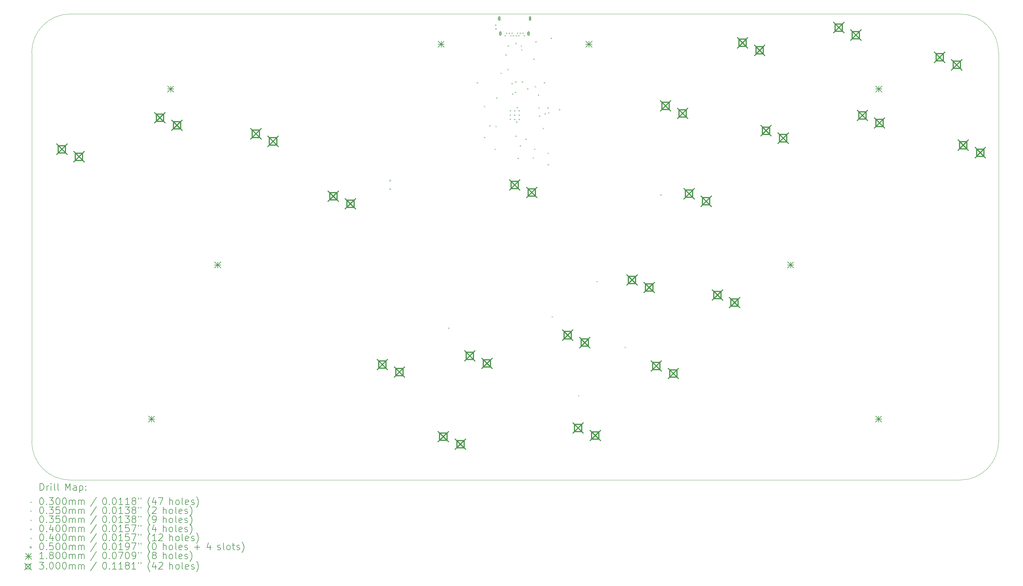
<source format=gbr>
%TF.GenerationSoftware,KiCad,Pcbnew,(7.0.0)*%
%TF.CreationDate,2023-07-02T10:59:27-07:00*%
%TF.ProjectId,OpenOblongChocs,4f70656e-4f62-46c6-9f6e-6743686f6373,rev?*%
%TF.SameCoordinates,Original*%
%TF.FileFunction,Drillmap*%
%TF.FilePolarity,Positive*%
%FSLAX45Y45*%
G04 Gerber Fmt 4.5, Leading zero omitted, Abs format (unit mm)*
G04 Created by KiCad (PCBNEW (7.0.0)) date 2023-07-02 10:59:27*
%MOMM*%
%LPD*%
G01*
G04 APERTURE LIST*
%ADD10C,0.100000*%
%ADD11C,0.200000*%
%ADD12C,0.030000*%
%ADD13C,0.035000*%
%ADD14C,0.040000*%
%ADD15C,0.050000*%
%ADD16C,0.180000*%
%ADD17C,0.300000*%
G04 APERTURE END LIST*
D10*
X6861000Y-16162000D02*
X32881000Y-16162000D01*
X32881000Y-2540000D02*
X6861000Y-2540000D01*
X6861000Y-2540000D02*
G75*
G03*
X5736000Y-3665000I0J-1125000D01*
G01*
X34006000Y-3665000D02*
G75*
G03*
X32881000Y-2540000I-1125000J0D01*
G01*
X5736000Y-3665000D02*
X5736000Y-15037000D01*
X34006000Y-3665000D02*
X34006000Y-15037000D01*
X5736000Y-15037000D02*
G75*
G03*
X6861000Y-16162000I1125000J0D01*
G01*
X32881000Y-16162000D02*
G75*
G03*
X34006000Y-15037000I0J1125000D01*
G01*
D11*
D12*
X17907000Y-11704000D02*
X17937000Y-11734000D01*
X17937000Y-11704000D02*
X17907000Y-11734000D01*
X18747750Y-4531500D02*
X18777750Y-4561500D01*
X18777750Y-4531500D02*
X18747750Y-4561500D01*
X18957950Y-6132960D02*
X18987950Y-6162960D01*
X18987950Y-6132960D02*
X18957950Y-6162960D01*
X18958000Y-5225000D02*
X18988000Y-5255000D01*
X18988000Y-5225000D02*
X18958000Y-5255000D01*
X19116275Y-5790402D02*
X19146275Y-5820402D01*
X19146275Y-5790402D02*
X19116275Y-5820402D01*
X19271500Y-6476202D02*
X19301500Y-6506202D01*
X19301500Y-6476202D02*
X19271500Y-6506202D01*
X19297000Y-5807000D02*
X19327000Y-5837000D01*
X19327000Y-5807000D02*
X19297000Y-5837000D01*
X19319475Y-4977602D02*
X19349475Y-5007602D01*
X19349475Y-4977602D02*
X19319475Y-5007602D01*
X19447000Y-4252000D02*
X19477000Y-4282000D01*
X19477000Y-4252000D02*
X19447000Y-4282000D01*
X19585000Y-3720000D02*
X19615000Y-3750000D01*
X19615000Y-3720000D02*
X19585000Y-3750000D01*
X19645000Y-4148000D02*
X19675000Y-4178000D01*
X19675000Y-4148000D02*
X19645000Y-4178000D01*
X19652000Y-3456000D02*
X19682000Y-3486000D01*
X19682000Y-3456000D02*
X19652000Y-3486000D01*
X19763975Y-4558502D02*
X19793975Y-4588502D01*
X19793975Y-4558502D02*
X19763975Y-4588502D01*
X19779500Y-4861725D02*
X19809500Y-4891725D01*
X19809500Y-4861725D02*
X19779500Y-4891725D01*
X19865575Y-4812502D02*
X19895575Y-4842502D01*
X19895575Y-4812502D02*
X19865575Y-4842502D01*
X19875100Y-4509289D02*
X19905100Y-4539289D01*
X19905100Y-4509289D02*
X19875100Y-4539289D01*
X19877800Y-3386000D02*
X19907800Y-3416000D01*
X19907800Y-3386000D02*
X19877800Y-3416000D01*
X19878275Y-6095202D02*
X19908275Y-6125202D01*
X19908275Y-6095202D02*
X19878275Y-6125202D01*
X19941775Y-6742902D02*
X19971775Y-6772902D01*
X19971775Y-6742902D02*
X19941775Y-6772902D01*
X20005275Y-6374602D02*
X20035275Y-6404602D01*
X20035275Y-6374602D02*
X20005275Y-6404602D01*
X20037000Y-3456000D02*
X20067000Y-3486000D01*
X20067000Y-3456000D02*
X20037000Y-3486000D01*
X20046000Y-3566000D02*
X20076000Y-3596000D01*
X20076000Y-3566000D02*
X20046000Y-3596000D01*
X20065600Y-4509289D02*
X20095600Y-4539289D01*
X20095600Y-4509289D02*
X20065600Y-4539289D01*
X20170375Y-6184102D02*
X20200375Y-6214102D01*
X20200375Y-6184102D02*
X20170375Y-6214102D01*
X20221175Y-4710902D02*
X20251175Y-4740902D01*
X20251175Y-4710902D02*
X20221175Y-4740902D01*
X20386274Y-6724000D02*
X20416274Y-6754000D01*
X20416274Y-6724000D02*
X20386274Y-6754000D01*
X20402000Y-3842000D02*
X20432000Y-3872000D01*
X20432000Y-3842000D02*
X20402000Y-3872000D01*
X20426274Y-6472000D02*
X20456274Y-6502000D01*
X20456274Y-6472000D02*
X20426274Y-6502000D01*
X20450000Y-4648500D02*
X20480000Y-4678500D01*
X20480000Y-4648500D02*
X20450000Y-4678500D01*
X20460000Y-3335050D02*
X20490000Y-3365050D01*
X20490000Y-3335050D02*
X20460000Y-3365050D01*
X20538675Y-4892000D02*
X20568675Y-4922000D01*
X20568675Y-4892000D02*
X20538675Y-4922000D01*
X20552000Y-5263000D02*
X20582000Y-5293000D01*
X20582000Y-5263000D02*
X20552000Y-5293000D01*
X20568000Y-5507000D02*
X20598000Y-5537000D01*
X20598000Y-5507000D02*
X20568000Y-5537000D01*
X20675200Y-5868189D02*
X20705200Y-5898189D01*
X20705200Y-5868189D02*
X20675200Y-5898189D01*
X20711000Y-4532500D02*
X20741000Y-4562500D01*
X20741000Y-4532500D02*
X20711000Y-4562500D01*
X20733000Y-5441000D02*
X20763000Y-5471000D01*
X20763000Y-5441000D02*
X20733000Y-5471000D01*
X20811000Y-5269000D02*
X20841000Y-5299000D01*
X20841000Y-5269000D02*
X20811000Y-5299000D01*
X20819050Y-6594000D02*
X20849050Y-6624000D01*
X20849050Y-6594000D02*
X20819050Y-6624000D01*
X20819391Y-6927391D02*
X20849391Y-6957391D01*
X20849391Y-6927391D02*
X20819391Y-6957391D01*
X20836750Y-5410750D02*
X20866750Y-5440750D01*
X20866750Y-5410750D02*
X20836750Y-5440750D01*
X20911159Y-3231841D02*
X20941159Y-3261841D01*
X20941159Y-3231841D02*
X20911159Y-3261841D01*
X20938000Y-11371000D02*
X20968000Y-11401000D01*
X20968000Y-11371000D02*
X20938000Y-11401000D01*
X21153000Y-5322000D02*
X21183000Y-5352000D01*
X21183000Y-5322000D02*
X21153000Y-5352000D01*
X21713611Y-13675610D02*
X21743611Y-13705610D01*
X21743611Y-13675610D02*
X21713611Y-13705610D01*
X22248000Y-10339000D02*
X22278000Y-10369000D01*
X22278000Y-10339000D02*
X22248000Y-10369000D01*
X23074000Y-12268000D02*
X23104000Y-12298000D01*
X23104000Y-12268000D02*
X23074000Y-12298000D01*
X24113000Y-7811000D02*
X24143000Y-7841000D01*
X24143000Y-7811000D02*
X24113000Y-7841000D01*
D13*
X19936175Y-5699450D02*
G75*
G03*
X19936175Y-5699450I-17500J0D01*
G01*
X19948875Y-5275725D02*
G75*
G03*
X19948875Y-5275725I-17500J0D01*
G01*
X19730500Y-5344500D02*
X19730500Y-5379500D01*
X19713000Y-5362000D02*
X19748000Y-5362000D01*
X19730500Y-5472000D02*
X19730500Y-5507000D01*
X19713000Y-5489500D02*
X19748000Y-5489500D01*
X19730500Y-5599500D02*
X19730500Y-5634500D01*
X19713000Y-5617000D02*
X19748000Y-5617000D01*
X19858000Y-5344500D02*
X19858000Y-5379500D01*
X19840500Y-5362000D02*
X19875500Y-5362000D01*
X19858000Y-5472000D02*
X19858000Y-5507000D01*
X19840500Y-5489500D02*
X19875500Y-5489500D01*
X19858000Y-5599500D02*
X19858000Y-5634500D01*
X19840500Y-5617000D02*
X19875500Y-5617000D01*
X19985500Y-5344500D02*
X19985500Y-5379500D01*
X19968000Y-5362000D02*
X20003000Y-5362000D01*
X19985500Y-5472000D02*
X19985500Y-5507000D01*
X19968000Y-5489500D02*
X20003000Y-5489500D01*
X19985500Y-5599500D02*
X19985500Y-5634500D01*
X19968000Y-5617000D02*
X20003000Y-5617000D01*
D14*
X16227142Y-7419142D02*
X16227142Y-7390858D01*
X16198858Y-7390858D01*
X16198858Y-7419142D01*
X16227142Y-7419142D01*
X16227142Y-7669142D02*
X16227142Y-7640858D01*
X16198858Y-7640858D01*
X16198858Y-7669142D01*
X16227142Y-7669142D01*
X19314142Y-2878142D02*
X19314142Y-2849858D01*
X19285858Y-2849858D01*
X19285858Y-2878142D01*
X19314142Y-2878142D01*
X19324142Y-2988142D02*
X19324142Y-2959858D01*
X19295858Y-2959858D01*
X19295858Y-2988142D01*
X19324142Y-2988142D01*
X19577850Y-3191000D02*
X19597850Y-3171000D01*
X19577850Y-3151000D01*
X19557850Y-3171000D01*
X19577850Y-3191000D01*
X19617850Y-3121000D02*
X19637850Y-3101000D01*
X19617850Y-3081000D01*
X19597850Y-3101000D01*
X19617850Y-3121000D01*
X19697850Y-3121000D02*
X19717850Y-3101000D01*
X19697850Y-3081000D01*
X19677850Y-3101000D01*
X19697850Y-3121000D01*
X19737850Y-3191000D02*
X19757850Y-3171000D01*
X19737850Y-3151000D01*
X19717850Y-3171000D01*
X19737850Y-3191000D01*
X19777850Y-3121000D02*
X19797850Y-3101000D01*
X19777850Y-3081000D01*
X19757850Y-3101000D01*
X19777850Y-3121000D01*
X19817850Y-3191000D02*
X19837850Y-3171000D01*
X19817850Y-3151000D01*
X19797850Y-3171000D01*
X19817850Y-3191000D01*
X19897850Y-3191000D02*
X19917850Y-3171000D01*
X19897850Y-3151000D01*
X19877850Y-3171000D01*
X19897850Y-3191000D01*
X19937850Y-3121000D02*
X19957850Y-3101000D01*
X19937850Y-3081000D01*
X19917850Y-3101000D01*
X19937850Y-3121000D01*
X19977850Y-3191000D02*
X19997850Y-3171000D01*
X19977850Y-3151000D01*
X19957850Y-3171000D01*
X19977850Y-3191000D01*
X20017850Y-3121000D02*
X20037850Y-3101000D01*
X20017850Y-3081000D01*
X19997850Y-3101000D01*
X20017850Y-3121000D01*
X20097850Y-3121000D02*
X20117850Y-3101000D01*
X20097850Y-3081000D01*
X20077850Y-3101000D01*
X20097850Y-3121000D01*
X20137850Y-3191000D02*
X20157850Y-3171000D01*
X20137850Y-3151000D01*
X20117850Y-3171000D01*
X20137850Y-3191000D01*
D15*
X19383850Y-2647000D02*
X19433850Y-2697000D01*
X19433850Y-2647000D02*
X19383850Y-2697000D01*
X19433850Y-2672000D02*
G75*
G03*
X19433850Y-2672000I-25000J0D01*
G01*
D11*
X19433850Y-2702000D02*
X19433850Y-2642000D01*
X19433850Y-2642000D02*
G75*
G03*
X19383850Y-2642000I-25000J0D01*
G01*
X19383850Y-2642000D02*
X19383850Y-2702000D01*
X19383850Y-2702000D02*
G75*
G03*
X19433850Y-2702000I25000J0D01*
G01*
D15*
X19412350Y-3086000D02*
X19462350Y-3136000D01*
X19462350Y-3086000D02*
X19412350Y-3136000D01*
X19462350Y-3111000D02*
G75*
G03*
X19462350Y-3111000I-25000J0D01*
G01*
D11*
X19462350Y-3141000D02*
X19462350Y-3081000D01*
X19462350Y-3081000D02*
G75*
G03*
X19412350Y-3081000I-25000J0D01*
G01*
X19412350Y-3081000D02*
X19412350Y-3141000D01*
X19412350Y-3141000D02*
G75*
G03*
X19462350Y-3141000I25000J0D01*
G01*
D15*
X20238350Y-3086000D02*
X20288350Y-3136000D01*
X20288350Y-3086000D02*
X20238350Y-3136000D01*
X20288350Y-3111000D02*
G75*
G03*
X20288350Y-3111000I-25000J0D01*
G01*
D11*
X20288350Y-3141000D02*
X20288350Y-3081000D01*
X20288350Y-3081000D02*
G75*
G03*
X20238350Y-3081000I-25000J0D01*
G01*
X20238350Y-3081000D02*
X20238350Y-3141000D01*
X20238350Y-3141000D02*
G75*
G03*
X20288350Y-3141000I25000J0D01*
G01*
D15*
X20281850Y-2647000D02*
X20331850Y-2697000D01*
X20331850Y-2647000D02*
X20281850Y-2697000D01*
X20331850Y-2672000D02*
G75*
G03*
X20331850Y-2672000I-25000J0D01*
G01*
D11*
X20331850Y-2702000D02*
X20331850Y-2642000D01*
X20331850Y-2642000D02*
G75*
G03*
X20281850Y-2642000I-25000J0D01*
G01*
X20281850Y-2642000D02*
X20281850Y-2702000D01*
X20281850Y-2702000D02*
G75*
G03*
X20331850Y-2702000I25000J0D01*
G01*
D16*
X9149500Y-14290000D02*
X9329500Y-14470000D01*
X9329500Y-14290000D02*
X9149500Y-14470000D01*
X9239500Y-14290000D02*
X9239500Y-14470000D01*
X9149500Y-14380000D02*
X9329500Y-14380000D01*
X9710000Y-4641338D02*
X9890000Y-4821338D01*
X9890000Y-4641338D02*
X9710000Y-4821338D01*
X9800000Y-4641338D02*
X9800000Y-4821338D01*
X9710000Y-4731338D02*
X9890000Y-4731338D01*
X11086500Y-9786000D02*
X11266500Y-9966000D01*
X11266500Y-9786000D02*
X11086500Y-9966000D01*
X11176500Y-9786000D02*
X11176500Y-9966000D01*
X11086500Y-9876000D02*
X11266500Y-9876000D01*
X17620000Y-3334000D02*
X17800000Y-3514000D01*
X17800000Y-3334000D02*
X17620000Y-3514000D01*
X17710000Y-3334000D02*
X17710000Y-3514000D01*
X17620000Y-3424000D02*
X17800000Y-3424000D01*
X21939000Y-3334000D02*
X22119000Y-3514000D01*
X22119000Y-3334000D02*
X21939000Y-3514000D01*
X22029000Y-3334000D02*
X22029000Y-3514000D01*
X21939000Y-3424000D02*
X22119000Y-3424000D01*
X27837500Y-9786000D02*
X28017500Y-9966000D01*
X28017500Y-9786000D02*
X27837500Y-9966000D01*
X27927500Y-9786000D02*
X27927500Y-9966000D01*
X27837500Y-9876000D02*
X28017500Y-9876000D01*
X30409500Y-14290000D02*
X30589500Y-14470000D01*
X30589500Y-14290000D02*
X30409500Y-14470000D01*
X30499500Y-14290000D02*
X30499500Y-14470000D01*
X30409500Y-14380000D02*
X30589500Y-14380000D01*
X30416000Y-4641338D02*
X30596000Y-4821338D01*
X30596000Y-4641338D02*
X30416000Y-4821338D01*
X30506000Y-4641338D02*
X30506000Y-4821338D01*
X30416000Y-4731338D02*
X30596000Y-4731338D01*
D17*
X6469598Y-6342212D02*
X6769598Y-6642212D01*
X6769598Y-6342212D02*
X6469598Y-6642212D01*
X6725665Y-6598279D02*
X6725665Y-6386145D01*
X6513531Y-6386145D01*
X6513531Y-6598279D01*
X6725665Y-6598279D01*
X6969598Y-6562212D02*
X7269598Y-6862212D01*
X7269598Y-6562212D02*
X6969598Y-6862212D01*
X7225665Y-6818279D02*
X7225665Y-6606145D01*
X7013531Y-6606145D01*
X7013531Y-6818279D01*
X7225665Y-6818279D01*
X9333411Y-5421758D02*
X9633411Y-5721758D01*
X9633411Y-5421758D02*
X9333411Y-5721758D01*
X9589478Y-5677825D02*
X9589478Y-5465691D01*
X9377344Y-5465691D01*
X9377344Y-5677825D01*
X9589478Y-5677825D01*
X9833411Y-5641758D02*
X10133411Y-5941758D01*
X10133411Y-5641758D02*
X9833411Y-5941758D01*
X10089478Y-5897825D02*
X10089478Y-5685691D01*
X9877344Y-5685691D01*
X9877344Y-5897825D01*
X10089478Y-5897825D01*
X12142944Y-5892354D02*
X12442944Y-6192354D01*
X12442944Y-5892354D02*
X12142944Y-6192354D01*
X12399011Y-6148421D02*
X12399011Y-5936287D01*
X12186877Y-5936287D01*
X12186877Y-6148421D01*
X12399011Y-6148421D01*
X12642944Y-6112354D02*
X12942944Y-6412354D01*
X12942944Y-6112354D02*
X12642944Y-6412354D01*
X12899011Y-6368421D02*
X12899011Y-6156287D01*
X12686877Y-6156287D01*
X12686877Y-6368421D01*
X12899011Y-6368421D01*
X14405153Y-7716306D02*
X14705153Y-8016306D01*
X14705153Y-7716306D02*
X14405153Y-8016306D01*
X14661220Y-7972373D02*
X14661220Y-7760239D01*
X14449086Y-7760239D01*
X14449086Y-7972373D01*
X14661220Y-7972373D01*
X14905153Y-7936306D02*
X15205153Y-8236306D01*
X15205153Y-7936306D02*
X14905153Y-8236306D01*
X15161220Y-8192373D02*
X15161220Y-7980239D01*
X14949086Y-7980239D01*
X14949086Y-8192373D01*
X15161220Y-8192373D01*
X15837769Y-12635362D02*
X16137769Y-12935362D01*
X16137769Y-12635362D02*
X15837769Y-12935362D01*
X16093836Y-12891429D02*
X16093836Y-12679295D01*
X15881702Y-12679295D01*
X15881702Y-12891429D01*
X16093836Y-12891429D01*
X16337769Y-12855362D02*
X16637769Y-13155362D01*
X16637769Y-12855362D02*
X16337769Y-13155362D01*
X16593836Y-13111429D02*
X16593836Y-12899295D01*
X16381702Y-12899295D01*
X16381702Y-13111429D01*
X16593836Y-13111429D01*
X17621130Y-14745739D02*
X17921130Y-15045739D01*
X17921130Y-14745739D02*
X17621130Y-15045739D01*
X17877197Y-15001806D02*
X17877197Y-14789672D01*
X17665063Y-14789672D01*
X17665063Y-15001806D01*
X17877197Y-15001806D01*
X18121130Y-14965739D02*
X18421130Y-15265739D01*
X18421130Y-14965739D02*
X18121130Y-15265739D01*
X18377197Y-15221806D02*
X18377197Y-15009672D01*
X18165063Y-15009672D01*
X18165063Y-15221806D01*
X18377197Y-15221806D01*
X18397865Y-12381430D02*
X18697865Y-12681430D01*
X18697865Y-12381430D02*
X18397865Y-12681430D01*
X18653932Y-12637497D02*
X18653932Y-12425363D01*
X18441798Y-12425363D01*
X18441798Y-12637497D01*
X18653932Y-12637497D01*
X18897865Y-12601430D02*
X19197865Y-12901430D01*
X19197865Y-12601430D02*
X18897865Y-12901430D01*
X19153932Y-12857497D02*
X19153932Y-12645363D01*
X18941798Y-12645363D01*
X18941798Y-12857497D01*
X19153932Y-12857497D01*
X19707850Y-7387687D02*
X20007850Y-7687687D01*
X20007850Y-7387687D02*
X19707850Y-7687687D01*
X19963917Y-7643754D02*
X19963917Y-7431620D01*
X19751783Y-7431620D01*
X19751783Y-7643754D01*
X19963917Y-7643754D01*
X20207850Y-7607687D02*
X20507850Y-7907687D01*
X20507850Y-7607687D02*
X20207850Y-7907687D01*
X20463917Y-7863754D02*
X20463917Y-7651620D01*
X20251783Y-7651620D01*
X20251783Y-7863754D01*
X20463917Y-7863754D01*
X21257618Y-11776344D02*
X21557618Y-12076344D01*
X21557618Y-11776344D02*
X21257618Y-12076344D01*
X21513685Y-12032411D02*
X21513685Y-11820277D01*
X21301551Y-11820277D01*
X21301551Y-12032411D01*
X21513685Y-12032411D01*
X21564745Y-14488583D02*
X21864745Y-14788583D01*
X21864745Y-14488583D02*
X21564745Y-14788583D01*
X21820812Y-14744650D02*
X21820812Y-14532516D01*
X21608678Y-14532516D01*
X21608678Y-14744650D01*
X21820812Y-14744650D01*
X21757618Y-11996344D02*
X22057618Y-12296344D01*
X22057618Y-11996344D02*
X21757618Y-12296344D01*
X22013685Y-12252411D02*
X22013685Y-12040277D01*
X21801551Y-12040277D01*
X21801551Y-12252411D01*
X22013685Y-12252411D01*
X22064745Y-14708583D02*
X22364745Y-15008583D01*
X22364745Y-14708583D02*
X22064745Y-15008583D01*
X22320812Y-14964650D02*
X22320812Y-14752516D01*
X22108678Y-14752516D01*
X22108678Y-14964650D01*
X22320812Y-14964650D01*
X23140856Y-10165896D02*
X23440856Y-10465896D01*
X23440856Y-10165896D02*
X23140856Y-10465896D01*
X23396923Y-10421963D02*
X23396923Y-10209829D01*
X23184789Y-10209829D01*
X23184789Y-10421963D01*
X23396923Y-10421963D01*
X23640856Y-10385896D02*
X23940856Y-10685896D01*
X23940856Y-10385896D02*
X23640856Y-10685896D01*
X23896923Y-10641963D02*
X23896923Y-10429829D01*
X23684789Y-10429829D01*
X23684789Y-10641963D01*
X23896923Y-10641963D01*
X23847984Y-12678136D02*
X24147984Y-12978136D01*
X24147984Y-12678136D02*
X23847984Y-12978136D01*
X24104051Y-12934203D02*
X24104051Y-12722069D01*
X23891917Y-12722069D01*
X23891917Y-12934203D01*
X24104051Y-12934203D01*
X24118723Y-5077513D02*
X24418723Y-5377513D01*
X24418723Y-5077513D02*
X24118723Y-5377513D01*
X24374790Y-5333580D02*
X24374790Y-5121446D01*
X24162656Y-5121446D01*
X24162656Y-5333580D01*
X24374790Y-5333580D01*
X24347984Y-12898136D02*
X24647984Y-13198136D01*
X24647984Y-12898136D02*
X24347984Y-13198136D01*
X24604051Y-13154203D02*
X24604051Y-12942069D01*
X24391917Y-12942069D01*
X24391917Y-13154203D01*
X24604051Y-13154203D01*
X24618723Y-5297513D02*
X24918723Y-5597513D01*
X24918723Y-5297513D02*
X24618723Y-5597513D01*
X24874790Y-5553580D02*
X24874790Y-5341446D01*
X24662656Y-5341446D01*
X24662656Y-5553580D01*
X24874790Y-5553580D01*
X24808297Y-7644337D02*
X25108297Y-7944337D01*
X25108297Y-7644337D02*
X24808297Y-7944337D01*
X25064364Y-7900404D02*
X25064364Y-7688270D01*
X24852230Y-7688270D01*
X24852230Y-7900404D01*
X25064364Y-7900404D01*
X25308297Y-7864337D02*
X25608297Y-8164337D01*
X25608297Y-7864337D02*
X25308297Y-8164337D01*
X25564364Y-8120404D02*
X25564364Y-7908270D01*
X25352230Y-7908270D01*
X25352230Y-8120404D01*
X25564364Y-8120404D01*
X25637512Y-10602755D02*
X25937512Y-10902755D01*
X25937512Y-10602755D02*
X25637512Y-10902755D01*
X25893579Y-10858822D02*
X25893579Y-10646688D01*
X25681445Y-10646688D01*
X25681445Y-10858822D01*
X25893579Y-10858822D01*
X26137512Y-10822755D02*
X26437512Y-11122755D01*
X26437512Y-10822755D02*
X26137512Y-11122755D01*
X26393579Y-11078822D02*
X26393579Y-10866688D01*
X26181445Y-10866688D01*
X26181445Y-11078822D01*
X26393579Y-11078822D01*
X26369686Y-3232452D02*
X26669686Y-3532452D01*
X26669686Y-3232452D02*
X26369686Y-3532452D01*
X26625753Y-3488519D02*
X26625753Y-3276385D01*
X26413619Y-3276385D01*
X26413619Y-3488519D01*
X26625753Y-3488519D01*
X26869686Y-3452452D02*
X27169686Y-3752452D01*
X27169686Y-3452452D02*
X26869686Y-3752452D01*
X27125753Y-3708519D02*
X27125753Y-3496385D01*
X26913619Y-3496385D01*
X26913619Y-3708519D01*
X27125753Y-3708519D01*
X27059285Y-5799373D02*
X27359285Y-6099373D01*
X27359285Y-5799373D02*
X27059285Y-6099373D01*
X27315352Y-6055440D02*
X27315352Y-5843306D01*
X27103218Y-5843306D01*
X27103218Y-6055440D01*
X27315352Y-6055440D01*
X27559285Y-6019373D02*
X27859285Y-6319373D01*
X27859285Y-6019373D02*
X27559285Y-6319373D01*
X27815352Y-6275440D02*
X27815352Y-6063306D01*
X27603218Y-6063306D01*
X27603218Y-6275440D01*
X27815352Y-6275440D01*
X29185567Y-2785933D02*
X29485567Y-3085933D01*
X29485567Y-2785933D02*
X29185567Y-3085933D01*
X29441634Y-3042000D02*
X29441634Y-2829866D01*
X29229500Y-2829866D01*
X29229500Y-3042000D01*
X29441634Y-3042000D01*
X29685567Y-3005933D02*
X29985567Y-3305933D01*
X29985567Y-3005933D02*
X29685567Y-3305933D01*
X29941634Y-3262000D02*
X29941634Y-3049866D01*
X29729500Y-3049866D01*
X29729500Y-3262000D01*
X29941634Y-3262000D01*
X29875167Y-5352855D02*
X30175167Y-5652854D01*
X30175167Y-5352855D02*
X29875167Y-5652854D01*
X30131234Y-5608921D02*
X30131234Y-5396788D01*
X29919100Y-5396788D01*
X29919100Y-5608921D01*
X30131234Y-5608921D01*
X30375167Y-5572855D02*
X30675167Y-5872854D01*
X30675167Y-5572855D02*
X30375167Y-5872854D01*
X30631234Y-5828921D02*
X30631234Y-5616787D01*
X30419100Y-5616787D01*
X30419100Y-5828921D01*
X30631234Y-5828921D01*
X32133557Y-3656191D02*
X32433557Y-3956191D01*
X32433557Y-3656191D02*
X32133557Y-3956191D01*
X32389624Y-3912258D02*
X32389624Y-3700124D01*
X32177490Y-3700124D01*
X32177490Y-3912258D01*
X32389624Y-3912258D01*
X32633557Y-3876191D02*
X32933557Y-4176191D01*
X32933557Y-3876191D02*
X32633557Y-4176191D01*
X32889624Y-4132258D02*
X32889624Y-3920124D01*
X32677490Y-3920124D01*
X32677490Y-4132258D01*
X32889624Y-4132258D01*
X32823156Y-6223112D02*
X33123156Y-6523112D01*
X33123156Y-6223112D02*
X32823156Y-6523112D01*
X33079223Y-6479179D02*
X33079223Y-6267045D01*
X32867089Y-6267045D01*
X32867089Y-6479179D01*
X33079223Y-6479179D01*
X33323156Y-6443112D02*
X33623156Y-6743112D01*
X33623156Y-6443112D02*
X33323156Y-6743112D01*
X33579223Y-6699179D02*
X33579223Y-6487045D01*
X33367089Y-6487045D01*
X33367089Y-6699179D01*
X33579223Y-6699179D01*
D11*
X5978619Y-16460476D02*
X5978619Y-16260476D01*
X5978619Y-16260476D02*
X6026238Y-16260476D01*
X6026238Y-16260476D02*
X6054809Y-16270000D01*
X6054809Y-16270000D02*
X6073857Y-16289048D01*
X6073857Y-16289048D02*
X6083381Y-16308095D01*
X6083381Y-16308095D02*
X6092905Y-16346190D01*
X6092905Y-16346190D02*
X6092905Y-16374762D01*
X6092905Y-16374762D02*
X6083381Y-16412857D01*
X6083381Y-16412857D02*
X6073857Y-16431905D01*
X6073857Y-16431905D02*
X6054809Y-16450952D01*
X6054809Y-16450952D02*
X6026238Y-16460476D01*
X6026238Y-16460476D02*
X5978619Y-16460476D01*
X6178619Y-16460476D02*
X6178619Y-16327143D01*
X6178619Y-16365238D02*
X6188143Y-16346190D01*
X6188143Y-16346190D02*
X6197667Y-16336667D01*
X6197667Y-16336667D02*
X6216714Y-16327143D01*
X6216714Y-16327143D02*
X6235762Y-16327143D01*
X6302428Y-16460476D02*
X6302428Y-16327143D01*
X6302428Y-16260476D02*
X6292905Y-16270000D01*
X6292905Y-16270000D02*
X6302428Y-16279524D01*
X6302428Y-16279524D02*
X6311952Y-16270000D01*
X6311952Y-16270000D02*
X6302428Y-16260476D01*
X6302428Y-16260476D02*
X6302428Y-16279524D01*
X6426238Y-16460476D02*
X6407190Y-16450952D01*
X6407190Y-16450952D02*
X6397667Y-16431905D01*
X6397667Y-16431905D02*
X6397667Y-16260476D01*
X6531000Y-16460476D02*
X6511952Y-16450952D01*
X6511952Y-16450952D02*
X6502428Y-16431905D01*
X6502428Y-16431905D02*
X6502428Y-16260476D01*
X6727190Y-16460476D02*
X6727190Y-16260476D01*
X6727190Y-16260476D02*
X6793857Y-16403333D01*
X6793857Y-16403333D02*
X6860524Y-16260476D01*
X6860524Y-16260476D02*
X6860524Y-16460476D01*
X7041476Y-16460476D02*
X7041476Y-16355714D01*
X7041476Y-16355714D02*
X7031952Y-16336667D01*
X7031952Y-16336667D02*
X7012905Y-16327143D01*
X7012905Y-16327143D02*
X6974809Y-16327143D01*
X6974809Y-16327143D02*
X6955762Y-16336667D01*
X7041476Y-16450952D02*
X7022428Y-16460476D01*
X7022428Y-16460476D02*
X6974809Y-16460476D01*
X6974809Y-16460476D02*
X6955762Y-16450952D01*
X6955762Y-16450952D02*
X6946238Y-16431905D01*
X6946238Y-16431905D02*
X6946238Y-16412857D01*
X6946238Y-16412857D02*
X6955762Y-16393809D01*
X6955762Y-16393809D02*
X6974809Y-16384286D01*
X6974809Y-16384286D02*
X7022428Y-16384286D01*
X7022428Y-16384286D02*
X7041476Y-16374762D01*
X7136714Y-16327143D02*
X7136714Y-16527143D01*
X7136714Y-16336667D02*
X7155762Y-16327143D01*
X7155762Y-16327143D02*
X7193857Y-16327143D01*
X7193857Y-16327143D02*
X7212905Y-16336667D01*
X7212905Y-16336667D02*
X7222428Y-16346190D01*
X7222428Y-16346190D02*
X7231952Y-16365238D01*
X7231952Y-16365238D02*
X7231952Y-16422381D01*
X7231952Y-16422381D02*
X7222428Y-16441428D01*
X7222428Y-16441428D02*
X7212905Y-16450952D01*
X7212905Y-16450952D02*
X7193857Y-16460476D01*
X7193857Y-16460476D02*
X7155762Y-16460476D01*
X7155762Y-16460476D02*
X7136714Y-16450952D01*
X7317667Y-16441428D02*
X7327190Y-16450952D01*
X7327190Y-16450952D02*
X7317667Y-16460476D01*
X7317667Y-16460476D02*
X7308143Y-16450952D01*
X7308143Y-16450952D02*
X7317667Y-16441428D01*
X7317667Y-16441428D02*
X7317667Y-16460476D01*
X7317667Y-16336667D02*
X7327190Y-16346190D01*
X7327190Y-16346190D02*
X7317667Y-16355714D01*
X7317667Y-16355714D02*
X7308143Y-16346190D01*
X7308143Y-16346190D02*
X7317667Y-16336667D01*
X7317667Y-16336667D02*
X7317667Y-16355714D01*
D12*
X5701000Y-16792000D02*
X5731000Y-16822000D01*
X5731000Y-16792000D02*
X5701000Y-16822000D01*
D11*
X6016714Y-16680476D02*
X6035762Y-16680476D01*
X6035762Y-16680476D02*
X6054809Y-16690000D01*
X6054809Y-16690000D02*
X6064333Y-16699524D01*
X6064333Y-16699524D02*
X6073857Y-16718571D01*
X6073857Y-16718571D02*
X6083381Y-16756667D01*
X6083381Y-16756667D02*
X6083381Y-16804286D01*
X6083381Y-16804286D02*
X6073857Y-16842381D01*
X6073857Y-16842381D02*
X6064333Y-16861429D01*
X6064333Y-16861429D02*
X6054809Y-16870952D01*
X6054809Y-16870952D02*
X6035762Y-16880476D01*
X6035762Y-16880476D02*
X6016714Y-16880476D01*
X6016714Y-16880476D02*
X5997667Y-16870952D01*
X5997667Y-16870952D02*
X5988143Y-16861429D01*
X5988143Y-16861429D02*
X5978619Y-16842381D01*
X5978619Y-16842381D02*
X5969095Y-16804286D01*
X5969095Y-16804286D02*
X5969095Y-16756667D01*
X5969095Y-16756667D02*
X5978619Y-16718571D01*
X5978619Y-16718571D02*
X5988143Y-16699524D01*
X5988143Y-16699524D02*
X5997667Y-16690000D01*
X5997667Y-16690000D02*
X6016714Y-16680476D01*
X6169095Y-16861429D02*
X6178619Y-16870952D01*
X6178619Y-16870952D02*
X6169095Y-16880476D01*
X6169095Y-16880476D02*
X6159571Y-16870952D01*
X6159571Y-16870952D02*
X6169095Y-16861429D01*
X6169095Y-16861429D02*
X6169095Y-16880476D01*
X6245286Y-16680476D02*
X6369095Y-16680476D01*
X6369095Y-16680476D02*
X6302428Y-16756667D01*
X6302428Y-16756667D02*
X6331000Y-16756667D01*
X6331000Y-16756667D02*
X6350048Y-16766190D01*
X6350048Y-16766190D02*
X6359571Y-16775714D01*
X6359571Y-16775714D02*
X6369095Y-16794762D01*
X6369095Y-16794762D02*
X6369095Y-16842381D01*
X6369095Y-16842381D02*
X6359571Y-16861429D01*
X6359571Y-16861429D02*
X6350048Y-16870952D01*
X6350048Y-16870952D02*
X6331000Y-16880476D01*
X6331000Y-16880476D02*
X6273857Y-16880476D01*
X6273857Y-16880476D02*
X6254809Y-16870952D01*
X6254809Y-16870952D02*
X6245286Y-16861429D01*
X6492905Y-16680476D02*
X6511952Y-16680476D01*
X6511952Y-16680476D02*
X6531000Y-16690000D01*
X6531000Y-16690000D02*
X6540524Y-16699524D01*
X6540524Y-16699524D02*
X6550048Y-16718571D01*
X6550048Y-16718571D02*
X6559571Y-16756667D01*
X6559571Y-16756667D02*
X6559571Y-16804286D01*
X6559571Y-16804286D02*
X6550048Y-16842381D01*
X6550048Y-16842381D02*
X6540524Y-16861429D01*
X6540524Y-16861429D02*
X6531000Y-16870952D01*
X6531000Y-16870952D02*
X6511952Y-16880476D01*
X6511952Y-16880476D02*
X6492905Y-16880476D01*
X6492905Y-16880476D02*
X6473857Y-16870952D01*
X6473857Y-16870952D02*
X6464333Y-16861429D01*
X6464333Y-16861429D02*
X6454809Y-16842381D01*
X6454809Y-16842381D02*
X6445286Y-16804286D01*
X6445286Y-16804286D02*
X6445286Y-16756667D01*
X6445286Y-16756667D02*
X6454809Y-16718571D01*
X6454809Y-16718571D02*
X6464333Y-16699524D01*
X6464333Y-16699524D02*
X6473857Y-16690000D01*
X6473857Y-16690000D02*
X6492905Y-16680476D01*
X6683381Y-16680476D02*
X6702429Y-16680476D01*
X6702429Y-16680476D02*
X6721476Y-16690000D01*
X6721476Y-16690000D02*
X6731000Y-16699524D01*
X6731000Y-16699524D02*
X6740524Y-16718571D01*
X6740524Y-16718571D02*
X6750048Y-16756667D01*
X6750048Y-16756667D02*
X6750048Y-16804286D01*
X6750048Y-16804286D02*
X6740524Y-16842381D01*
X6740524Y-16842381D02*
X6731000Y-16861429D01*
X6731000Y-16861429D02*
X6721476Y-16870952D01*
X6721476Y-16870952D02*
X6702429Y-16880476D01*
X6702429Y-16880476D02*
X6683381Y-16880476D01*
X6683381Y-16880476D02*
X6664333Y-16870952D01*
X6664333Y-16870952D02*
X6654809Y-16861429D01*
X6654809Y-16861429D02*
X6645286Y-16842381D01*
X6645286Y-16842381D02*
X6635762Y-16804286D01*
X6635762Y-16804286D02*
X6635762Y-16756667D01*
X6635762Y-16756667D02*
X6645286Y-16718571D01*
X6645286Y-16718571D02*
X6654809Y-16699524D01*
X6654809Y-16699524D02*
X6664333Y-16690000D01*
X6664333Y-16690000D02*
X6683381Y-16680476D01*
X6835762Y-16880476D02*
X6835762Y-16747143D01*
X6835762Y-16766190D02*
X6845286Y-16756667D01*
X6845286Y-16756667D02*
X6864333Y-16747143D01*
X6864333Y-16747143D02*
X6892905Y-16747143D01*
X6892905Y-16747143D02*
X6911952Y-16756667D01*
X6911952Y-16756667D02*
X6921476Y-16775714D01*
X6921476Y-16775714D02*
X6921476Y-16880476D01*
X6921476Y-16775714D02*
X6931000Y-16756667D01*
X6931000Y-16756667D02*
X6950048Y-16747143D01*
X6950048Y-16747143D02*
X6978619Y-16747143D01*
X6978619Y-16747143D02*
X6997667Y-16756667D01*
X6997667Y-16756667D02*
X7007190Y-16775714D01*
X7007190Y-16775714D02*
X7007190Y-16880476D01*
X7102429Y-16880476D02*
X7102429Y-16747143D01*
X7102429Y-16766190D02*
X7111952Y-16756667D01*
X7111952Y-16756667D02*
X7131000Y-16747143D01*
X7131000Y-16747143D02*
X7159571Y-16747143D01*
X7159571Y-16747143D02*
X7178619Y-16756667D01*
X7178619Y-16756667D02*
X7188143Y-16775714D01*
X7188143Y-16775714D02*
X7188143Y-16880476D01*
X7188143Y-16775714D02*
X7197667Y-16756667D01*
X7197667Y-16756667D02*
X7216714Y-16747143D01*
X7216714Y-16747143D02*
X7245286Y-16747143D01*
X7245286Y-16747143D02*
X7264333Y-16756667D01*
X7264333Y-16756667D02*
X7273857Y-16775714D01*
X7273857Y-16775714D02*
X7273857Y-16880476D01*
X7631952Y-16670952D02*
X7460524Y-16928095D01*
X7856714Y-16680476D02*
X7875762Y-16680476D01*
X7875762Y-16680476D02*
X7894810Y-16690000D01*
X7894810Y-16690000D02*
X7904333Y-16699524D01*
X7904333Y-16699524D02*
X7913857Y-16718571D01*
X7913857Y-16718571D02*
X7923381Y-16756667D01*
X7923381Y-16756667D02*
X7923381Y-16804286D01*
X7923381Y-16804286D02*
X7913857Y-16842381D01*
X7913857Y-16842381D02*
X7904333Y-16861429D01*
X7904333Y-16861429D02*
X7894810Y-16870952D01*
X7894810Y-16870952D02*
X7875762Y-16880476D01*
X7875762Y-16880476D02*
X7856714Y-16880476D01*
X7856714Y-16880476D02*
X7837667Y-16870952D01*
X7837667Y-16870952D02*
X7828143Y-16861429D01*
X7828143Y-16861429D02*
X7818619Y-16842381D01*
X7818619Y-16842381D02*
X7809095Y-16804286D01*
X7809095Y-16804286D02*
X7809095Y-16756667D01*
X7809095Y-16756667D02*
X7818619Y-16718571D01*
X7818619Y-16718571D02*
X7828143Y-16699524D01*
X7828143Y-16699524D02*
X7837667Y-16690000D01*
X7837667Y-16690000D02*
X7856714Y-16680476D01*
X8009095Y-16861429D02*
X8018619Y-16870952D01*
X8018619Y-16870952D02*
X8009095Y-16880476D01*
X8009095Y-16880476D02*
X7999571Y-16870952D01*
X7999571Y-16870952D02*
X8009095Y-16861429D01*
X8009095Y-16861429D02*
X8009095Y-16880476D01*
X8142429Y-16680476D02*
X8161476Y-16680476D01*
X8161476Y-16680476D02*
X8180524Y-16690000D01*
X8180524Y-16690000D02*
X8190048Y-16699524D01*
X8190048Y-16699524D02*
X8199571Y-16718571D01*
X8199571Y-16718571D02*
X8209095Y-16756667D01*
X8209095Y-16756667D02*
X8209095Y-16804286D01*
X8209095Y-16804286D02*
X8199571Y-16842381D01*
X8199571Y-16842381D02*
X8190048Y-16861429D01*
X8190048Y-16861429D02*
X8180524Y-16870952D01*
X8180524Y-16870952D02*
X8161476Y-16880476D01*
X8161476Y-16880476D02*
X8142429Y-16880476D01*
X8142429Y-16880476D02*
X8123381Y-16870952D01*
X8123381Y-16870952D02*
X8113857Y-16861429D01*
X8113857Y-16861429D02*
X8104333Y-16842381D01*
X8104333Y-16842381D02*
X8094810Y-16804286D01*
X8094810Y-16804286D02*
X8094810Y-16756667D01*
X8094810Y-16756667D02*
X8104333Y-16718571D01*
X8104333Y-16718571D02*
X8113857Y-16699524D01*
X8113857Y-16699524D02*
X8123381Y-16690000D01*
X8123381Y-16690000D02*
X8142429Y-16680476D01*
X8399572Y-16880476D02*
X8285286Y-16880476D01*
X8342429Y-16880476D02*
X8342429Y-16680476D01*
X8342429Y-16680476D02*
X8323381Y-16709048D01*
X8323381Y-16709048D02*
X8304333Y-16728095D01*
X8304333Y-16728095D02*
X8285286Y-16737619D01*
X8590048Y-16880476D02*
X8475762Y-16880476D01*
X8532905Y-16880476D02*
X8532905Y-16680476D01*
X8532905Y-16680476D02*
X8513857Y-16709048D01*
X8513857Y-16709048D02*
X8494810Y-16728095D01*
X8494810Y-16728095D02*
X8475762Y-16737619D01*
X8704333Y-16766190D02*
X8685286Y-16756667D01*
X8685286Y-16756667D02*
X8675762Y-16747143D01*
X8675762Y-16747143D02*
X8666238Y-16728095D01*
X8666238Y-16728095D02*
X8666238Y-16718571D01*
X8666238Y-16718571D02*
X8675762Y-16699524D01*
X8675762Y-16699524D02*
X8685286Y-16690000D01*
X8685286Y-16690000D02*
X8704333Y-16680476D01*
X8704333Y-16680476D02*
X8742429Y-16680476D01*
X8742429Y-16680476D02*
X8761476Y-16690000D01*
X8761476Y-16690000D02*
X8771000Y-16699524D01*
X8771000Y-16699524D02*
X8780524Y-16718571D01*
X8780524Y-16718571D02*
X8780524Y-16728095D01*
X8780524Y-16728095D02*
X8771000Y-16747143D01*
X8771000Y-16747143D02*
X8761476Y-16756667D01*
X8761476Y-16756667D02*
X8742429Y-16766190D01*
X8742429Y-16766190D02*
X8704333Y-16766190D01*
X8704333Y-16766190D02*
X8685286Y-16775714D01*
X8685286Y-16775714D02*
X8675762Y-16785238D01*
X8675762Y-16785238D02*
X8666238Y-16804286D01*
X8666238Y-16804286D02*
X8666238Y-16842381D01*
X8666238Y-16842381D02*
X8675762Y-16861429D01*
X8675762Y-16861429D02*
X8685286Y-16870952D01*
X8685286Y-16870952D02*
X8704333Y-16880476D01*
X8704333Y-16880476D02*
X8742429Y-16880476D01*
X8742429Y-16880476D02*
X8761476Y-16870952D01*
X8761476Y-16870952D02*
X8771000Y-16861429D01*
X8771000Y-16861429D02*
X8780524Y-16842381D01*
X8780524Y-16842381D02*
X8780524Y-16804286D01*
X8780524Y-16804286D02*
X8771000Y-16785238D01*
X8771000Y-16785238D02*
X8761476Y-16775714D01*
X8761476Y-16775714D02*
X8742429Y-16766190D01*
X8856714Y-16680476D02*
X8856714Y-16718571D01*
X8932905Y-16680476D02*
X8932905Y-16718571D01*
X9195762Y-16956667D02*
X9186238Y-16947143D01*
X9186238Y-16947143D02*
X9167191Y-16918571D01*
X9167191Y-16918571D02*
X9157667Y-16899524D01*
X9157667Y-16899524D02*
X9148143Y-16870952D01*
X9148143Y-16870952D02*
X9138619Y-16823333D01*
X9138619Y-16823333D02*
X9138619Y-16785238D01*
X9138619Y-16785238D02*
X9148143Y-16737619D01*
X9148143Y-16737619D02*
X9157667Y-16709048D01*
X9157667Y-16709048D02*
X9167191Y-16690000D01*
X9167191Y-16690000D02*
X9186238Y-16661428D01*
X9186238Y-16661428D02*
X9195762Y-16651905D01*
X9357667Y-16747143D02*
X9357667Y-16880476D01*
X9310048Y-16670952D02*
X9262429Y-16813810D01*
X9262429Y-16813810D02*
X9386238Y-16813810D01*
X9443381Y-16680476D02*
X9576714Y-16680476D01*
X9576714Y-16680476D02*
X9491000Y-16880476D01*
X9772905Y-16880476D02*
X9772905Y-16680476D01*
X9858619Y-16880476D02*
X9858619Y-16775714D01*
X9858619Y-16775714D02*
X9849095Y-16756667D01*
X9849095Y-16756667D02*
X9830048Y-16747143D01*
X9830048Y-16747143D02*
X9801476Y-16747143D01*
X9801476Y-16747143D02*
X9782429Y-16756667D01*
X9782429Y-16756667D02*
X9772905Y-16766190D01*
X9982429Y-16880476D02*
X9963381Y-16870952D01*
X9963381Y-16870952D02*
X9953857Y-16861429D01*
X9953857Y-16861429D02*
X9944334Y-16842381D01*
X9944334Y-16842381D02*
X9944334Y-16785238D01*
X9944334Y-16785238D02*
X9953857Y-16766190D01*
X9953857Y-16766190D02*
X9963381Y-16756667D01*
X9963381Y-16756667D02*
X9982429Y-16747143D01*
X9982429Y-16747143D02*
X10011000Y-16747143D01*
X10011000Y-16747143D02*
X10030048Y-16756667D01*
X10030048Y-16756667D02*
X10039572Y-16766190D01*
X10039572Y-16766190D02*
X10049095Y-16785238D01*
X10049095Y-16785238D02*
X10049095Y-16842381D01*
X10049095Y-16842381D02*
X10039572Y-16861429D01*
X10039572Y-16861429D02*
X10030048Y-16870952D01*
X10030048Y-16870952D02*
X10011000Y-16880476D01*
X10011000Y-16880476D02*
X9982429Y-16880476D01*
X10163381Y-16880476D02*
X10144334Y-16870952D01*
X10144334Y-16870952D02*
X10134810Y-16851905D01*
X10134810Y-16851905D02*
X10134810Y-16680476D01*
X10315762Y-16870952D02*
X10296715Y-16880476D01*
X10296715Y-16880476D02*
X10258619Y-16880476D01*
X10258619Y-16880476D02*
X10239572Y-16870952D01*
X10239572Y-16870952D02*
X10230048Y-16851905D01*
X10230048Y-16851905D02*
X10230048Y-16775714D01*
X10230048Y-16775714D02*
X10239572Y-16756667D01*
X10239572Y-16756667D02*
X10258619Y-16747143D01*
X10258619Y-16747143D02*
X10296715Y-16747143D01*
X10296715Y-16747143D02*
X10315762Y-16756667D01*
X10315762Y-16756667D02*
X10325286Y-16775714D01*
X10325286Y-16775714D02*
X10325286Y-16794762D01*
X10325286Y-16794762D02*
X10230048Y-16813810D01*
X10401476Y-16870952D02*
X10420524Y-16880476D01*
X10420524Y-16880476D02*
X10458619Y-16880476D01*
X10458619Y-16880476D02*
X10477667Y-16870952D01*
X10477667Y-16870952D02*
X10487191Y-16851905D01*
X10487191Y-16851905D02*
X10487191Y-16842381D01*
X10487191Y-16842381D02*
X10477667Y-16823333D01*
X10477667Y-16823333D02*
X10458619Y-16813810D01*
X10458619Y-16813810D02*
X10430048Y-16813810D01*
X10430048Y-16813810D02*
X10411000Y-16804286D01*
X10411000Y-16804286D02*
X10401476Y-16785238D01*
X10401476Y-16785238D02*
X10401476Y-16775714D01*
X10401476Y-16775714D02*
X10411000Y-16756667D01*
X10411000Y-16756667D02*
X10430048Y-16747143D01*
X10430048Y-16747143D02*
X10458619Y-16747143D01*
X10458619Y-16747143D02*
X10477667Y-16756667D01*
X10553857Y-16956667D02*
X10563381Y-16947143D01*
X10563381Y-16947143D02*
X10582429Y-16918571D01*
X10582429Y-16918571D02*
X10591953Y-16899524D01*
X10591953Y-16899524D02*
X10601476Y-16870952D01*
X10601476Y-16870952D02*
X10611000Y-16823333D01*
X10611000Y-16823333D02*
X10611000Y-16785238D01*
X10611000Y-16785238D02*
X10601476Y-16737619D01*
X10601476Y-16737619D02*
X10591953Y-16709048D01*
X10591953Y-16709048D02*
X10582429Y-16690000D01*
X10582429Y-16690000D02*
X10563381Y-16661428D01*
X10563381Y-16661428D02*
X10553857Y-16651905D01*
D13*
X5731000Y-17071000D02*
G75*
G03*
X5731000Y-17071000I-17500J0D01*
G01*
D11*
X6016714Y-16944476D02*
X6035762Y-16944476D01*
X6035762Y-16944476D02*
X6054809Y-16954000D01*
X6054809Y-16954000D02*
X6064333Y-16963524D01*
X6064333Y-16963524D02*
X6073857Y-16982571D01*
X6073857Y-16982571D02*
X6083381Y-17020667D01*
X6083381Y-17020667D02*
X6083381Y-17068286D01*
X6083381Y-17068286D02*
X6073857Y-17106381D01*
X6073857Y-17106381D02*
X6064333Y-17125429D01*
X6064333Y-17125429D02*
X6054809Y-17134952D01*
X6054809Y-17134952D02*
X6035762Y-17144476D01*
X6035762Y-17144476D02*
X6016714Y-17144476D01*
X6016714Y-17144476D02*
X5997667Y-17134952D01*
X5997667Y-17134952D02*
X5988143Y-17125429D01*
X5988143Y-17125429D02*
X5978619Y-17106381D01*
X5978619Y-17106381D02*
X5969095Y-17068286D01*
X5969095Y-17068286D02*
X5969095Y-17020667D01*
X5969095Y-17020667D02*
X5978619Y-16982571D01*
X5978619Y-16982571D02*
X5988143Y-16963524D01*
X5988143Y-16963524D02*
X5997667Y-16954000D01*
X5997667Y-16954000D02*
X6016714Y-16944476D01*
X6169095Y-17125429D02*
X6178619Y-17134952D01*
X6178619Y-17134952D02*
X6169095Y-17144476D01*
X6169095Y-17144476D02*
X6159571Y-17134952D01*
X6159571Y-17134952D02*
X6169095Y-17125429D01*
X6169095Y-17125429D02*
X6169095Y-17144476D01*
X6245286Y-16944476D02*
X6369095Y-16944476D01*
X6369095Y-16944476D02*
X6302428Y-17020667D01*
X6302428Y-17020667D02*
X6331000Y-17020667D01*
X6331000Y-17020667D02*
X6350048Y-17030190D01*
X6350048Y-17030190D02*
X6359571Y-17039714D01*
X6359571Y-17039714D02*
X6369095Y-17058762D01*
X6369095Y-17058762D02*
X6369095Y-17106381D01*
X6369095Y-17106381D02*
X6359571Y-17125429D01*
X6359571Y-17125429D02*
X6350048Y-17134952D01*
X6350048Y-17134952D02*
X6331000Y-17144476D01*
X6331000Y-17144476D02*
X6273857Y-17144476D01*
X6273857Y-17144476D02*
X6254809Y-17134952D01*
X6254809Y-17134952D02*
X6245286Y-17125429D01*
X6550048Y-16944476D02*
X6454809Y-16944476D01*
X6454809Y-16944476D02*
X6445286Y-17039714D01*
X6445286Y-17039714D02*
X6454809Y-17030190D01*
X6454809Y-17030190D02*
X6473857Y-17020667D01*
X6473857Y-17020667D02*
X6521476Y-17020667D01*
X6521476Y-17020667D02*
X6540524Y-17030190D01*
X6540524Y-17030190D02*
X6550048Y-17039714D01*
X6550048Y-17039714D02*
X6559571Y-17058762D01*
X6559571Y-17058762D02*
X6559571Y-17106381D01*
X6559571Y-17106381D02*
X6550048Y-17125429D01*
X6550048Y-17125429D02*
X6540524Y-17134952D01*
X6540524Y-17134952D02*
X6521476Y-17144476D01*
X6521476Y-17144476D02*
X6473857Y-17144476D01*
X6473857Y-17144476D02*
X6454809Y-17134952D01*
X6454809Y-17134952D02*
X6445286Y-17125429D01*
X6683381Y-16944476D02*
X6702429Y-16944476D01*
X6702429Y-16944476D02*
X6721476Y-16954000D01*
X6721476Y-16954000D02*
X6731000Y-16963524D01*
X6731000Y-16963524D02*
X6740524Y-16982571D01*
X6740524Y-16982571D02*
X6750048Y-17020667D01*
X6750048Y-17020667D02*
X6750048Y-17068286D01*
X6750048Y-17068286D02*
X6740524Y-17106381D01*
X6740524Y-17106381D02*
X6731000Y-17125429D01*
X6731000Y-17125429D02*
X6721476Y-17134952D01*
X6721476Y-17134952D02*
X6702429Y-17144476D01*
X6702429Y-17144476D02*
X6683381Y-17144476D01*
X6683381Y-17144476D02*
X6664333Y-17134952D01*
X6664333Y-17134952D02*
X6654809Y-17125429D01*
X6654809Y-17125429D02*
X6645286Y-17106381D01*
X6645286Y-17106381D02*
X6635762Y-17068286D01*
X6635762Y-17068286D02*
X6635762Y-17020667D01*
X6635762Y-17020667D02*
X6645286Y-16982571D01*
X6645286Y-16982571D02*
X6654809Y-16963524D01*
X6654809Y-16963524D02*
X6664333Y-16954000D01*
X6664333Y-16954000D02*
X6683381Y-16944476D01*
X6835762Y-17144476D02*
X6835762Y-17011143D01*
X6835762Y-17030190D02*
X6845286Y-17020667D01*
X6845286Y-17020667D02*
X6864333Y-17011143D01*
X6864333Y-17011143D02*
X6892905Y-17011143D01*
X6892905Y-17011143D02*
X6911952Y-17020667D01*
X6911952Y-17020667D02*
X6921476Y-17039714D01*
X6921476Y-17039714D02*
X6921476Y-17144476D01*
X6921476Y-17039714D02*
X6931000Y-17020667D01*
X6931000Y-17020667D02*
X6950048Y-17011143D01*
X6950048Y-17011143D02*
X6978619Y-17011143D01*
X6978619Y-17011143D02*
X6997667Y-17020667D01*
X6997667Y-17020667D02*
X7007190Y-17039714D01*
X7007190Y-17039714D02*
X7007190Y-17144476D01*
X7102429Y-17144476D02*
X7102429Y-17011143D01*
X7102429Y-17030190D02*
X7111952Y-17020667D01*
X7111952Y-17020667D02*
X7131000Y-17011143D01*
X7131000Y-17011143D02*
X7159571Y-17011143D01*
X7159571Y-17011143D02*
X7178619Y-17020667D01*
X7178619Y-17020667D02*
X7188143Y-17039714D01*
X7188143Y-17039714D02*
X7188143Y-17144476D01*
X7188143Y-17039714D02*
X7197667Y-17020667D01*
X7197667Y-17020667D02*
X7216714Y-17011143D01*
X7216714Y-17011143D02*
X7245286Y-17011143D01*
X7245286Y-17011143D02*
X7264333Y-17020667D01*
X7264333Y-17020667D02*
X7273857Y-17039714D01*
X7273857Y-17039714D02*
X7273857Y-17144476D01*
X7631952Y-16934952D02*
X7460524Y-17192095D01*
X7856714Y-16944476D02*
X7875762Y-16944476D01*
X7875762Y-16944476D02*
X7894810Y-16954000D01*
X7894810Y-16954000D02*
X7904333Y-16963524D01*
X7904333Y-16963524D02*
X7913857Y-16982571D01*
X7913857Y-16982571D02*
X7923381Y-17020667D01*
X7923381Y-17020667D02*
X7923381Y-17068286D01*
X7923381Y-17068286D02*
X7913857Y-17106381D01*
X7913857Y-17106381D02*
X7904333Y-17125429D01*
X7904333Y-17125429D02*
X7894810Y-17134952D01*
X7894810Y-17134952D02*
X7875762Y-17144476D01*
X7875762Y-17144476D02*
X7856714Y-17144476D01*
X7856714Y-17144476D02*
X7837667Y-17134952D01*
X7837667Y-17134952D02*
X7828143Y-17125429D01*
X7828143Y-17125429D02*
X7818619Y-17106381D01*
X7818619Y-17106381D02*
X7809095Y-17068286D01*
X7809095Y-17068286D02*
X7809095Y-17020667D01*
X7809095Y-17020667D02*
X7818619Y-16982571D01*
X7818619Y-16982571D02*
X7828143Y-16963524D01*
X7828143Y-16963524D02*
X7837667Y-16954000D01*
X7837667Y-16954000D02*
X7856714Y-16944476D01*
X8009095Y-17125429D02*
X8018619Y-17134952D01*
X8018619Y-17134952D02*
X8009095Y-17144476D01*
X8009095Y-17144476D02*
X7999571Y-17134952D01*
X7999571Y-17134952D02*
X8009095Y-17125429D01*
X8009095Y-17125429D02*
X8009095Y-17144476D01*
X8142429Y-16944476D02*
X8161476Y-16944476D01*
X8161476Y-16944476D02*
X8180524Y-16954000D01*
X8180524Y-16954000D02*
X8190048Y-16963524D01*
X8190048Y-16963524D02*
X8199571Y-16982571D01*
X8199571Y-16982571D02*
X8209095Y-17020667D01*
X8209095Y-17020667D02*
X8209095Y-17068286D01*
X8209095Y-17068286D02*
X8199571Y-17106381D01*
X8199571Y-17106381D02*
X8190048Y-17125429D01*
X8190048Y-17125429D02*
X8180524Y-17134952D01*
X8180524Y-17134952D02*
X8161476Y-17144476D01*
X8161476Y-17144476D02*
X8142429Y-17144476D01*
X8142429Y-17144476D02*
X8123381Y-17134952D01*
X8123381Y-17134952D02*
X8113857Y-17125429D01*
X8113857Y-17125429D02*
X8104333Y-17106381D01*
X8104333Y-17106381D02*
X8094810Y-17068286D01*
X8094810Y-17068286D02*
X8094810Y-17020667D01*
X8094810Y-17020667D02*
X8104333Y-16982571D01*
X8104333Y-16982571D02*
X8113857Y-16963524D01*
X8113857Y-16963524D02*
X8123381Y-16954000D01*
X8123381Y-16954000D02*
X8142429Y-16944476D01*
X8399572Y-17144476D02*
X8285286Y-17144476D01*
X8342429Y-17144476D02*
X8342429Y-16944476D01*
X8342429Y-16944476D02*
X8323381Y-16973048D01*
X8323381Y-16973048D02*
X8304333Y-16992095D01*
X8304333Y-16992095D02*
X8285286Y-17001619D01*
X8466238Y-16944476D02*
X8590048Y-16944476D01*
X8590048Y-16944476D02*
X8523381Y-17020667D01*
X8523381Y-17020667D02*
X8551953Y-17020667D01*
X8551953Y-17020667D02*
X8571000Y-17030190D01*
X8571000Y-17030190D02*
X8580524Y-17039714D01*
X8580524Y-17039714D02*
X8590048Y-17058762D01*
X8590048Y-17058762D02*
X8590048Y-17106381D01*
X8590048Y-17106381D02*
X8580524Y-17125429D01*
X8580524Y-17125429D02*
X8571000Y-17134952D01*
X8571000Y-17134952D02*
X8551953Y-17144476D01*
X8551953Y-17144476D02*
X8494810Y-17144476D01*
X8494810Y-17144476D02*
X8475762Y-17134952D01*
X8475762Y-17134952D02*
X8466238Y-17125429D01*
X8704333Y-17030190D02*
X8685286Y-17020667D01*
X8685286Y-17020667D02*
X8675762Y-17011143D01*
X8675762Y-17011143D02*
X8666238Y-16992095D01*
X8666238Y-16992095D02*
X8666238Y-16982571D01*
X8666238Y-16982571D02*
X8675762Y-16963524D01*
X8675762Y-16963524D02*
X8685286Y-16954000D01*
X8685286Y-16954000D02*
X8704333Y-16944476D01*
X8704333Y-16944476D02*
X8742429Y-16944476D01*
X8742429Y-16944476D02*
X8761476Y-16954000D01*
X8761476Y-16954000D02*
X8771000Y-16963524D01*
X8771000Y-16963524D02*
X8780524Y-16982571D01*
X8780524Y-16982571D02*
X8780524Y-16992095D01*
X8780524Y-16992095D02*
X8771000Y-17011143D01*
X8771000Y-17011143D02*
X8761476Y-17020667D01*
X8761476Y-17020667D02*
X8742429Y-17030190D01*
X8742429Y-17030190D02*
X8704333Y-17030190D01*
X8704333Y-17030190D02*
X8685286Y-17039714D01*
X8685286Y-17039714D02*
X8675762Y-17049238D01*
X8675762Y-17049238D02*
X8666238Y-17068286D01*
X8666238Y-17068286D02*
X8666238Y-17106381D01*
X8666238Y-17106381D02*
X8675762Y-17125429D01*
X8675762Y-17125429D02*
X8685286Y-17134952D01*
X8685286Y-17134952D02*
X8704333Y-17144476D01*
X8704333Y-17144476D02*
X8742429Y-17144476D01*
X8742429Y-17144476D02*
X8761476Y-17134952D01*
X8761476Y-17134952D02*
X8771000Y-17125429D01*
X8771000Y-17125429D02*
X8780524Y-17106381D01*
X8780524Y-17106381D02*
X8780524Y-17068286D01*
X8780524Y-17068286D02*
X8771000Y-17049238D01*
X8771000Y-17049238D02*
X8761476Y-17039714D01*
X8761476Y-17039714D02*
X8742429Y-17030190D01*
X8856714Y-16944476D02*
X8856714Y-16982571D01*
X8932905Y-16944476D02*
X8932905Y-16982571D01*
X9195762Y-17220667D02*
X9186238Y-17211143D01*
X9186238Y-17211143D02*
X9167191Y-17182571D01*
X9167191Y-17182571D02*
X9157667Y-17163524D01*
X9157667Y-17163524D02*
X9148143Y-17134952D01*
X9148143Y-17134952D02*
X9138619Y-17087333D01*
X9138619Y-17087333D02*
X9138619Y-17049238D01*
X9138619Y-17049238D02*
X9148143Y-17001619D01*
X9148143Y-17001619D02*
X9157667Y-16973048D01*
X9157667Y-16973048D02*
X9167191Y-16954000D01*
X9167191Y-16954000D02*
X9186238Y-16925429D01*
X9186238Y-16925429D02*
X9195762Y-16915905D01*
X9262429Y-16963524D02*
X9271953Y-16954000D01*
X9271953Y-16954000D02*
X9291000Y-16944476D01*
X9291000Y-16944476D02*
X9338619Y-16944476D01*
X9338619Y-16944476D02*
X9357667Y-16954000D01*
X9357667Y-16954000D02*
X9367191Y-16963524D01*
X9367191Y-16963524D02*
X9376714Y-16982571D01*
X9376714Y-16982571D02*
X9376714Y-17001619D01*
X9376714Y-17001619D02*
X9367191Y-17030190D01*
X9367191Y-17030190D02*
X9252905Y-17144476D01*
X9252905Y-17144476D02*
X9376714Y-17144476D01*
X9582429Y-17144476D02*
X9582429Y-16944476D01*
X9668143Y-17144476D02*
X9668143Y-17039714D01*
X9668143Y-17039714D02*
X9658619Y-17020667D01*
X9658619Y-17020667D02*
X9639572Y-17011143D01*
X9639572Y-17011143D02*
X9611000Y-17011143D01*
X9611000Y-17011143D02*
X9591953Y-17020667D01*
X9591953Y-17020667D02*
X9582429Y-17030190D01*
X9791953Y-17144476D02*
X9772905Y-17134952D01*
X9772905Y-17134952D02*
X9763381Y-17125429D01*
X9763381Y-17125429D02*
X9753857Y-17106381D01*
X9753857Y-17106381D02*
X9753857Y-17049238D01*
X9753857Y-17049238D02*
X9763381Y-17030190D01*
X9763381Y-17030190D02*
X9772905Y-17020667D01*
X9772905Y-17020667D02*
X9791953Y-17011143D01*
X9791953Y-17011143D02*
X9820524Y-17011143D01*
X9820524Y-17011143D02*
X9839572Y-17020667D01*
X9839572Y-17020667D02*
X9849095Y-17030190D01*
X9849095Y-17030190D02*
X9858619Y-17049238D01*
X9858619Y-17049238D02*
X9858619Y-17106381D01*
X9858619Y-17106381D02*
X9849095Y-17125429D01*
X9849095Y-17125429D02*
X9839572Y-17134952D01*
X9839572Y-17134952D02*
X9820524Y-17144476D01*
X9820524Y-17144476D02*
X9791953Y-17144476D01*
X9972905Y-17144476D02*
X9953857Y-17134952D01*
X9953857Y-17134952D02*
X9944334Y-17115905D01*
X9944334Y-17115905D02*
X9944334Y-16944476D01*
X10125286Y-17134952D02*
X10106238Y-17144476D01*
X10106238Y-17144476D02*
X10068143Y-17144476D01*
X10068143Y-17144476D02*
X10049095Y-17134952D01*
X10049095Y-17134952D02*
X10039572Y-17115905D01*
X10039572Y-17115905D02*
X10039572Y-17039714D01*
X10039572Y-17039714D02*
X10049095Y-17020667D01*
X10049095Y-17020667D02*
X10068143Y-17011143D01*
X10068143Y-17011143D02*
X10106238Y-17011143D01*
X10106238Y-17011143D02*
X10125286Y-17020667D01*
X10125286Y-17020667D02*
X10134810Y-17039714D01*
X10134810Y-17039714D02*
X10134810Y-17058762D01*
X10134810Y-17058762D02*
X10039572Y-17077810D01*
X10211000Y-17134952D02*
X10230048Y-17144476D01*
X10230048Y-17144476D02*
X10268143Y-17144476D01*
X10268143Y-17144476D02*
X10287191Y-17134952D01*
X10287191Y-17134952D02*
X10296715Y-17115905D01*
X10296715Y-17115905D02*
X10296715Y-17106381D01*
X10296715Y-17106381D02*
X10287191Y-17087333D01*
X10287191Y-17087333D02*
X10268143Y-17077810D01*
X10268143Y-17077810D02*
X10239572Y-17077810D01*
X10239572Y-17077810D02*
X10220524Y-17068286D01*
X10220524Y-17068286D02*
X10211000Y-17049238D01*
X10211000Y-17049238D02*
X10211000Y-17039714D01*
X10211000Y-17039714D02*
X10220524Y-17020667D01*
X10220524Y-17020667D02*
X10239572Y-17011143D01*
X10239572Y-17011143D02*
X10268143Y-17011143D01*
X10268143Y-17011143D02*
X10287191Y-17020667D01*
X10363381Y-17220667D02*
X10372905Y-17211143D01*
X10372905Y-17211143D02*
X10391953Y-17182571D01*
X10391953Y-17182571D02*
X10401476Y-17163524D01*
X10401476Y-17163524D02*
X10411000Y-17134952D01*
X10411000Y-17134952D02*
X10420524Y-17087333D01*
X10420524Y-17087333D02*
X10420524Y-17049238D01*
X10420524Y-17049238D02*
X10411000Y-17001619D01*
X10411000Y-17001619D02*
X10401476Y-16973048D01*
X10401476Y-16973048D02*
X10391953Y-16954000D01*
X10391953Y-16954000D02*
X10372905Y-16925429D01*
X10372905Y-16925429D02*
X10363381Y-16915905D01*
D13*
X5713500Y-17317500D02*
X5713500Y-17352500D01*
X5696000Y-17335000D02*
X5731000Y-17335000D01*
D11*
X6016714Y-17208476D02*
X6035762Y-17208476D01*
X6035762Y-17208476D02*
X6054809Y-17218000D01*
X6054809Y-17218000D02*
X6064333Y-17227524D01*
X6064333Y-17227524D02*
X6073857Y-17246571D01*
X6073857Y-17246571D02*
X6083381Y-17284667D01*
X6083381Y-17284667D02*
X6083381Y-17332286D01*
X6083381Y-17332286D02*
X6073857Y-17370381D01*
X6073857Y-17370381D02*
X6064333Y-17389429D01*
X6064333Y-17389429D02*
X6054809Y-17398952D01*
X6054809Y-17398952D02*
X6035762Y-17408476D01*
X6035762Y-17408476D02*
X6016714Y-17408476D01*
X6016714Y-17408476D02*
X5997667Y-17398952D01*
X5997667Y-17398952D02*
X5988143Y-17389429D01*
X5988143Y-17389429D02*
X5978619Y-17370381D01*
X5978619Y-17370381D02*
X5969095Y-17332286D01*
X5969095Y-17332286D02*
X5969095Y-17284667D01*
X5969095Y-17284667D02*
X5978619Y-17246571D01*
X5978619Y-17246571D02*
X5988143Y-17227524D01*
X5988143Y-17227524D02*
X5997667Y-17218000D01*
X5997667Y-17218000D02*
X6016714Y-17208476D01*
X6169095Y-17389429D02*
X6178619Y-17398952D01*
X6178619Y-17398952D02*
X6169095Y-17408476D01*
X6169095Y-17408476D02*
X6159571Y-17398952D01*
X6159571Y-17398952D02*
X6169095Y-17389429D01*
X6169095Y-17389429D02*
X6169095Y-17408476D01*
X6245286Y-17208476D02*
X6369095Y-17208476D01*
X6369095Y-17208476D02*
X6302428Y-17284667D01*
X6302428Y-17284667D02*
X6331000Y-17284667D01*
X6331000Y-17284667D02*
X6350048Y-17294190D01*
X6350048Y-17294190D02*
X6359571Y-17303714D01*
X6359571Y-17303714D02*
X6369095Y-17322762D01*
X6369095Y-17322762D02*
X6369095Y-17370381D01*
X6369095Y-17370381D02*
X6359571Y-17389429D01*
X6359571Y-17389429D02*
X6350048Y-17398952D01*
X6350048Y-17398952D02*
X6331000Y-17408476D01*
X6331000Y-17408476D02*
X6273857Y-17408476D01*
X6273857Y-17408476D02*
X6254809Y-17398952D01*
X6254809Y-17398952D02*
X6245286Y-17389429D01*
X6550048Y-17208476D02*
X6454809Y-17208476D01*
X6454809Y-17208476D02*
X6445286Y-17303714D01*
X6445286Y-17303714D02*
X6454809Y-17294190D01*
X6454809Y-17294190D02*
X6473857Y-17284667D01*
X6473857Y-17284667D02*
X6521476Y-17284667D01*
X6521476Y-17284667D02*
X6540524Y-17294190D01*
X6540524Y-17294190D02*
X6550048Y-17303714D01*
X6550048Y-17303714D02*
X6559571Y-17322762D01*
X6559571Y-17322762D02*
X6559571Y-17370381D01*
X6559571Y-17370381D02*
X6550048Y-17389429D01*
X6550048Y-17389429D02*
X6540524Y-17398952D01*
X6540524Y-17398952D02*
X6521476Y-17408476D01*
X6521476Y-17408476D02*
X6473857Y-17408476D01*
X6473857Y-17408476D02*
X6454809Y-17398952D01*
X6454809Y-17398952D02*
X6445286Y-17389429D01*
X6683381Y-17208476D02*
X6702429Y-17208476D01*
X6702429Y-17208476D02*
X6721476Y-17218000D01*
X6721476Y-17218000D02*
X6731000Y-17227524D01*
X6731000Y-17227524D02*
X6740524Y-17246571D01*
X6740524Y-17246571D02*
X6750048Y-17284667D01*
X6750048Y-17284667D02*
X6750048Y-17332286D01*
X6750048Y-17332286D02*
X6740524Y-17370381D01*
X6740524Y-17370381D02*
X6731000Y-17389429D01*
X6731000Y-17389429D02*
X6721476Y-17398952D01*
X6721476Y-17398952D02*
X6702429Y-17408476D01*
X6702429Y-17408476D02*
X6683381Y-17408476D01*
X6683381Y-17408476D02*
X6664333Y-17398952D01*
X6664333Y-17398952D02*
X6654809Y-17389429D01*
X6654809Y-17389429D02*
X6645286Y-17370381D01*
X6645286Y-17370381D02*
X6635762Y-17332286D01*
X6635762Y-17332286D02*
X6635762Y-17284667D01*
X6635762Y-17284667D02*
X6645286Y-17246571D01*
X6645286Y-17246571D02*
X6654809Y-17227524D01*
X6654809Y-17227524D02*
X6664333Y-17218000D01*
X6664333Y-17218000D02*
X6683381Y-17208476D01*
X6835762Y-17408476D02*
X6835762Y-17275143D01*
X6835762Y-17294190D02*
X6845286Y-17284667D01*
X6845286Y-17284667D02*
X6864333Y-17275143D01*
X6864333Y-17275143D02*
X6892905Y-17275143D01*
X6892905Y-17275143D02*
X6911952Y-17284667D01*
X6911952Y-17284667D02*
X6921476Y-17303714D01*
X6921476Y-17303714D02*
X6921476Y-17408476D01*
X6921476Y-17303714D02*
X6931000Y-17284667D01*
X6931000Y-17284667D02*
X6950048Y-17275143D01*
X6950048Y-17275143D02*
X6978619Y-17275143D01*
X6978619Y-17275143D02*
X6997667Y-17284667D01*
X6997667Y-17284667D02*
X7007190Y-17303714D01*
X7007190Y-17303714D02*
X7007190Y-17408476D01*
X7102429Y-17408476D02*
X7102429Y-17275143D01*
X7102429Y-17294190D02*
X7111952Y-17284667D01*
X7111952Y-17284667D02*
X7131000Y-17275143D01*
X7131000Y-17275143D02*
X7159571Y-17275143D01*
X7159571Y-17275143D02*
X7178619Y-17284667D01*
X7178619Y-17284667D02*
X7188143Y-17303714D01*
X7188143Y-17303714D02*
X7188143Y-17408476D01*
X7188143Y-17303714D02*
X7197667Y-17284667D01*
X7197667Y-17284667D02*
X7216714Y-17275143D01*
X7216714Y-17275143D02*
X7245286Y-17275143D01*
X7245286Y-17275143D02*
X7264333Y-17284667D01*
X7264333Y-17284667D02*
X7273857Y-17303714D01*
X7273857Y-17303714D02*
X7273857Y-17408476D01*
X7631952Y-17198952D02*
X7460524Y-17456095D01*
X7856714Y-17208476D02*
X7875762Y-17208476D01*
X7875762Y-17208476D02*
X7894810Y-17218000D01*
X7894810Y-17218000D02*
X7904333Y-17227524D01*
X7904333Y-17227524D02*
X7913857Y-17246571D01*
X7913857Y-17246571D02*
X7923381Y-17284667D01*
X7923381Y-17284667D02*
X7923381Y-17332286D01*
X7923381Y-17332286D02*
X7913857Y-17370381D01*
X7913857Y-17370381D02*
X7904333Y-17389429D01*
X7904333Y-17389429D02*
X7894810Y-17398952D01*
X7894810Y-17398952D02*
X7875762Y-17408476D01*
X7875762Y-17408476D02*
X7856714Y-17408476D01*
X7856714Y-17408476D02*
X7837667Y-17398952D01*
X7837667Y-17398952D02*
X7828143Y-17389429D01*
X7828143Y-17389429D02*
X7818619Y-17370381D01*
X7818619Y-17370381D02*
X7809095Y-17332286D01*
X7809095Y-17332286D02*
X7809095Y-17284667D01*
X7809095Y-17284667D02*
X7818619Y-17246571D01*
X7818619Y-17246571D02*
X7828143Y-17227524D01*
X7828143Y-17227524D02*
X7837667Y-17218000D01*
X7837667Y-17218000D02*
X7856714Y-17208476D01*
X8009095Y-17389429D02*
X8018619Y-17398952D01*
X8018619Y-17398952D02*
X8009095Y-17408476D01*
X8009095Y-17408476D02*
X7999571Y-17398952D01*
X7999571Y-17398952D02*
X8009095Y-17389429D01*
X8009095Y-17389429D02*
X8009095Y-17408476D01*
X8142429Y-17208476D02*
X8161476Y-17208476D01*
X8161476Y-17208476D02*
X8180524Y-17218000D01*
X8180524Y-17218000D02*
X8190048Y-17227524D01*
X8190048Y-17227524D02*
X8199571Y-17246571D01*
X8199571Y-17246571D02*
X8209095Y-17284667D01*
X8209095Y-17284667D02*
X8209095Y-17332286D01*
X8209095Y-17332286D02*
X8199571Y-17370381D01*
X8199571Y-17370381D02*
X8190048Y-17389429D01*
X8190048Y-17389429D02*
X8180524Y-17398952D01*
X8180524Y-17398952D02*
X8161476Y-17408476D01*
X8161476Y-17408476D02*
X8142429Y-17408476D01*
X8142429Y-17408476D02*
X8123381Y-17398952D01*
X8123381Y-17398952D02*
X8113857Y-17389429D01*
X8113857Y-17389429D02*
X8104333Y-17370381D01*
X8104333Y-17370381D02*
X8094810Y-17332286D01*
X8094810Y-17332286D02*
X8094810Y-17284667D01*
X8094810Y-17284667D02*
X8104333Y-17246571D01*
X8104333Y-17246571D02*
X8113857Y-17227524D01*
X8113857Y-17227524D02*
X8123381Y-17218000D01*
X8123381Y-17218000D02*
X8142429Y-17208476D01*
X8399572Y-17408476D02*
X8285286Y-17408476D01*
X8342429Y-17408476D02*
X8342429Y-17208476D01*
X8342429Y-17208476D02*
X8323381Y-17237048D01*
X8323381Y-17237048D02*
X8304333Y-17256095D01*
X8304333Y-17256095D02*
X8285286Y-17265619D01*
X8466238Y-17208476D02*
X8590048Y-17208476D01*
X8590048Y-17208476D02*
X8523381Y-17284667D01*
X8523381Y-17284667D02*
X8551953Y-17284667D01*
X8551953Y-17284667D02*
X8571000Y-17294190D01*
X8571000Y-17294190D02*
X8580524Y-17303714D01*
X8580524Y-17303714D02*
X8590048Y-17322762D01*
X8590048Y-17322762D02*
X8590048Y-17370381D01*
X8590048Y-17370381D02*
X8580524Y-17389429D01*
X8580524Y-17389429D02*
X8571000Y-17398952D01*
X8571000Y-17398952D02*
X8551953Y-17408476D01*
X8551953Y-17408476D02*
X8494810Y-17408476D01*
X8494810Y-17408476D02*
X8475762Y-17398952D01*
X8475762Y-17398952D02*
X8466238Y-17389429D01*
X8704333Y-17294190D02*
X8685286Y-17284667D01*
X8685286Y-17284667D02*
X8675762Y-17275143D01*
X8675762Y-17275143D02*
X8666238Y-17256095D01*
X8666238Y-17256095D02*
X8666238Y-17246571D01*
X8666238Y-17246571D02*
X8675762Y-17227524D01*
X8675762Y-17227524D02*
X8685286Y-17218000D01*
X8685286Y-17218000D02*
X8704333Y-17208476D01*
X8704333Y-17208476D02*
X8742429Y-17208476D01*
X8742429Y-17208476D02*
X8761476Y-17218000D01*
X8761476Y-17218000D02*
X8771000Y-17227524D01*
X8771000Y-17227524D02*
X8780524Y-17246571D01*
X8780524Y-17246571D02*
X8780524Y-17256095D01*
X8780524Y-17256095D02*
X8771000Y-17275143D01*
X8771000Y-17275143D02*
X8761476Y-17284667D01*
X8761476Y-17284667D02*
X8742429Y-17294190D01*
X8742429Y-17294190D02*
X8704333Y-17294190D01*
X8704333Y-17294190D02*
X8685286Y-17303714D01*
X8685286Y-17303714D02*
X8675762Y-17313238D01*
X8675762Y-17313238D02*
X8666238Y-17332286D01*
X8666238Y-17332286D02*
X8666238Y-17370381D01*
X8666238Y-17370381D02*
X8675762Y-17389429D01*
X8675762Y-17389429D02*
X8685286Y-17398952D01*
X8685286Y-17398952D02*
X8704333Y-17408476D01*
X8704333Y-17408476D02*
X8742429Y-17408476D01*
X8742429Y-17408476D02*
X8761476Y-17398952D01*
X8761476Y-17398952D02*
X8771000Y-17389429D01*
X8771000Y-17389429D02*
X8780524Y-17370381D01*
X8780524Y-17370381D02*
X8780524Y-17332286D01*
X8780524Y-17332286D02*
X8771000Y-17313238D01*
X8771000Y-17313238D02*
X8761476Y-17303714D01*
X8761476Y-17303714D02*
X8742429Y-17294190D01*
X8856714Y-17208476D02*
X8856714Y-17246571D01*
X8932905Y-17208476D02*
X8932905Y-17246571D01*
X9195762Y-17484667D02*
X9186238Y-17475143D01*
X9186238Y-17475143D02*
X9167191Y-17446571D01*
X9167191Y-17446571D02*
X9157667Y-17427524D01*
X9157667Y-17427524D02*
X9148143Y-17398952D01*
X9148143Y-17398952D02*
X9138619Y-17351333D01*
X9138619Y-17351333D02*
X9138619Y-17313238D01*
X9138619Y-17313238D02*
X9148143Y-17265619D01*
X9148143Y-17265619D02*
X9157667Y-17237048D01*
X9157667Y-17237048D02*
X9167191Y-17218000D01*
X9167191Y-17218000D02*
X9186238Y-17189429D01*
X9186238Y-17189429D02*
X9195762Y-17179905D01*
X9281476Y-17408476D02*
X9319572Y-17408476D01*
X9319572Y-17408476D02*
X9338619Y-17398952D01*
X9338619Y-17398952D02*
X9348143Y-17389429D01*
X9348143Y-17389429D02*
X9367191Y-17360857D01*
X9367191Y-17360857D02*
X9376714Y-17322762D01*
X9376714Y-17322762D02*
X9376714Y-17246571D01*
X9376714Y-17246571D02*
X9367191Y-17227524D01*
X9367191Y-17227524D02*
X9357667Y-17218000D01*
X9357667Y-17218000D02*
X9338619Y-17208476D01*
X9338619Y-17208476D02*
X9300524Y-17208476D01*
X9300524Y-17208476D02*
X9281476Y-17218000D01*
X9281476Y-17218000D02*
X9271953Y-17227524D01*
X9271953Y-17227524D02*
X9262429Y-17246571D01*
X9262429Y-17246571D02*
X9262429Y-17294190D01*
X9262429Y-17294190D02*
X9271953Y-17313238D01*
X9271953Y-17313238D02*
X9281476Y-17322762D01*
X9281476Y-17322762D02*
X9300524Y-17332286D01*
X9300524Y-17332286D02*
X9338619Y-17332286D01*
X9338619Y-17332286D02*
X9357667Y-17322762D01*
X9357667Y-17322762D02*
X9367191Y-17313238D01*
X9367191Y-17313238D02*
X9376714Y-17294190D01*
X9582429Y-17408476D02*
X9582429Y-17208476D01*
X9668143Y-17408476D02*
X9668143Y-17303714D01*
X9668143Y-17303714D02*
X9658619Y-17284667D01*
X9658619Y-17284667D02*
X9639572Y-17275143D01*
X9639572Y-17275143D02*
X9611000Y-17275143D01*
X9611000Y-17275143D02*
X9591953Y-17284667D01*
X9591953Y-17284667D02*
X9582429Y-17294190D01*
X9791953Y-17408476D02*
X9772905Y-17398952D01*
X9772905Y-17398952D02*
X9763381Y-17389429D01*
X9763381Y-17389429D02*
X9753857Y-17370381D01*
X9753857Y-17370381D02*
X9753857Y-17313238D01*
X9753857Y-17313238D02*
X9763381Y-17294190D01*
X9763381Y-17294190D02*
X9772905Y-17284667D01*
X9772905Y-17284667D02*
X9791953Y-17275143D01*
X9791953Y-17275143D02*
X9820524Y-17275143D01*
X9820524Y-17275143D02*
X9839572Y-17284667D01*
X9839572Y-17284667D02*
X9849095Y-17294190D01*
X9849095Y-17294190D02*
X9858619Y-17313238D01*
X9858619Y-17313238D02*
X9858619Y-17370381D01*
X9858619Y-17370381D02*
X9849095Y-17389429D01*
X9849095Y-17389429D02*
X9839572Y-17398952D01*
X9839572Y-17398952D02*
X9820524Y-17408476D01*
X9820524Y-17408476D02*
X9791953Y-17408476D01*
X9972905Y-17408476D02*
X9953857Y-17398952D01*
X9953857Y-17398952D02*
X9944334Y-17379905D01*
X9944334Y-17379905D02*
X9944334Y-17208476D01*
X10125286Y-17398952D02*
X10106238Y-17408476D01*
X10106238Y-17408476D02*
X10068143Y-17408476D01*
X10068143Y-17408476D02*
X10049095Y-17398952D01*
X10049095Y-17398952D02*
X10039572Y-17379905D01*
X10039572Y-17379905D02*
X10039572Y-17303714D01*
X10039572Y-17303714D02*
X10049095Y-17284667D01*
X10049095Y-17284667D02*
X10068143Y-17275143D01*
X10068143Y-17275143D02*
X10106238Y-17275143D01*
X10106238Y-17275143D02*
X10125286Y-17284667D01*
X10125286Y-17284667D02*
X10134810Y-17303714D01*
X10134810Y-17303714D02*
X10134810Y-17322762D01*
X10134810Y-17322762D02*
X10039572Y-17341810D01*
X10211000Y-17398952D02*
X10230048Y-17408476D01*
X10230048Y-17408476D02*
X10268143Y-17408476D01*
X10268143Y-17408476D02*
X10287191Y-17398952D01*
X10287191Y-17398952D02*
X10296715Y-17379905D01*
X10296715Y-17379905D02*
X10296715Y-17370381D01*
X10296715Y-17370381D02*
X10287191Y-17351333D01*
X10287191Y-17351333D02*
X10268143Y-17341810D01*
X10268143Y-17341810D02*
X10239572Y-17341810D01*
X10239572Y-17341810D02*
X10220524Y-17332286D01*
X10220524Y-17332286D02*
X10211000Y-17313238D01*
X10211000Y-17313238D02*
X10211000Y-17303714D01*
X10211000Y-17303714D02*
X10220524Y-17284667D01*
X10220524Y-17284667D02*
X10239572Y-17275143D01*
X10239572Y-17275143D02*
X10268143Y-17275143D01*
X10268143Y-17275143D02*
X10287191Y-17284667D01*
X10363381Y-17484667D02*
X10372905Y-17475143D01*
X10372905Y-17475143D02*
X10391953Y-17446571D01*
X10391953Y-17446571D02*
X10401476Y-17427524D01*
X10401476Y-17427524D02*
X10411000Y-17398952D01*
X10411000Y-17398952D02*
X10420524Y-17351333D01*
X10420524Y-17351333D02*
X10420524Y-17313238D01*
X10420524Y-17313238D02*
X10411000Y-17265619D01*
X10411000Y-17265619D02*
X10401476Y-17237048D01*
X10401476Y-17237048D02*
X10391953Y-17218000D01*
X10391953Y-17218000D02*
X10372905Y-17189429D01*
X10372905Y-17189429D02*
X10363381Y-17179905D01*
D14*
X5725142Y-17613142D02*
X5725142Y-17584858D01*
X5696858Y-17584858D01*
X5696858Y-17613142D01*
X5725142Y-17613142D01*
D11*
X6016714Y-17472476D02*
X6035762Y-17472476D01*
X6035762Y-17472476D02*
X6054809Y-17482000D01*
X6054809Y-17482000D02*
X6064333Y-17491524D01*
X6064333Y-17491524D02*
X6073857Y-17510571D01*
X6073857Y-17510571D02*
X6083381Y-17548667D01*
X6083381Y-17548667D02*
X6083381Y-17596286D01*
X6083381Y-17596286D02*
X6073857Y-17634381D01*
X6073857Y-17634381D02*
X6064333Y-17653429D01*
X6064333Y-17653429D02*
X6054809Y-17662952D01*
X6054809Y-17662952D02*
X6035762Y-17672476D01*
X6035762Y-17672476D02*
X6016714Y-17672476D01*
X6016714Y-17672476D02*
X5997667Y-17662952D01*
X5997667Y-17662952D02*
X5988143Y-17653429D01*
X5988143Y-17653429D02*
X5978619Y-17634381D01*
X5978619Y-17634381D02*
X5969095Y-17596286D01*
X5969095Y-17596286D02*
X5969095Y-17548667D01*
X5969095Y-17548667D02*
X5978619Y-17510571D01*
X5978619Y-17510571D02*
X5988143Y-17491524D01*
X5988143Y-17491524D02*
X5997667Y-17482000D01*
X5997667Y-17482000D02*
X6016714Y-17472476D01*
X6169095Y-17653429D02*
X6178619Y-17662952D01*
X6178619Y-17662952D02*
X6169095Y-17672476D01*
X6169095Y-17672476D02*
X6159571Y-17662952D01*
X6159571Y-17662952D02*
X6169095Y-17653429D01*
X6169095Y-17653429D02*
X6169095Y-17672476D01*
X6350048Y-17539143D02*
X6350048Y-17672476D01*
X6302428Y-17462952D02*
X6254809Y-17605810D01*
X6254809Y-17605810D02*
X6378619Y-17605810D01*
X6492905Y-17472476D02*
X6511952Y-17472476D01*
X6511952Y-17472476D02*
X6531000Y-17482000D01*
X6531000Y-17482000D02*
X6540524Y-17491524D01*
X6540524Y-17491524D02*
X6550048Y-17510571D01*
X6550048Y-17510571D02*
X6559571Y-17548667D01*
X6559571Y-17548667D02*
X6559571Y-17596286D01*
X6559571Y-17596286D02*
X6550048Y-17634381D01*
X6550048Y-17634381D02*
X6540524Y-17653429D01*
X6540524Y-17653429D02*
X6531000Y-17662952D01*
X6531000Y-17662952D02*
X6511952Y-17672476D01*
X6511952Y-17672476D02*
X6492905Y-17672476D01*
X6492905Y-17672476D02*
X6473857Y-17662952D01*
X6473857Y-17662952D02*
X6464333Y-17653429D01*
X6464333Y-17653429D02*
X6454809Y-17634381D01*
X6454809Y-17634381D02*
X6445286Y-17596286D01*
X6445286Y-17596286D02*
X6445286Y-17548667D01*
X6445286Y-17548667D02*
X6454809Y-17510571D01*
X6454809Y-17510571D02*
X6464333Y-17491524D01*
X6464333Y-17491524D02*
X6473857Y-17482000D01*
X6473857Y-17482000D02*
X6492905Y-17472476D01*
X6683381Y-17472476D02*
X6702429Y-17472476D01*
X6702429Y-17472476D02*
X6721476Y-17482000D01*
X6721476Y-17482000D02*
X6731000Y-17491524D01*
X6731000Y-17491524D02*
X6740524Y-17510571D01*
X6740524Y-17510571D02*
X6750048Y-17548667D01*
X6750048Y-17548667D02*
X6750048Y-17596286D01*
X6750048Y-17596286D02*
X6740524Y-17634381D01*
X6740524Y-17634381D02*
X6731000Y-17653429D01*
X6731000Y-17653429D02*
X6721476Y-17662952D01*
X6721476Y-17662952D02*
X6702429Y-17672476D01*
X6702429Y-17672476D02*
X6683381Y-17672476D01*
X6683381Y-17672476D02*
X6664333Y-17662952D01*
X6664333Y-17662952D02*
X6654809Y-17653429D01*
X6654809Y-17653429D02*
X6645286Y-17634381D01*
X6645286Y-17634381D02*
X6635762Y-17596286D01*
X6635762Y-17596286D02*
X6635762Y-17548667D01*
X6635762Y-17548667D02*
X6645286Y-17510571D01*
X6645286Y-17510571D02*
X6654809Y-17491524D01*
X6654809Y-17491524D02*
X6664333Y-17482000D01*
X6664333Y-17482000D02*
X6683381Y-17472476D01*
X6835762Y-17672476D02*
X6835762Y-17539143D01*
X6835762Y-17558190D02*
X6845286Y-17548667D01*
X6845286Y-17548667D02*
X6864333Y-17539143D01*
X6864333Y-17539143D02*
X6892905Y-17539143D01*
X6892905Y-17539143D02*
X6911952Y-17548667D01*
X6911952Y-17548667D02*
X6921476Y-17567714D01*
X6921476Y-17567714D02*
X6921476Y-17672476D01*
X6921476Y-17567714D02*
X6931000Y-17548667D01*
X6931000Y-17548667D02*
X6950048Y-17539143D01*
X6950048Y-17539143D02*
X6978619Y-17539143D01*
X6978619Y-17539143D02*
X6997667Y-17548667D01*
X6997667Y-17548667D02*
X7007190Y-17567714D01*
X7007190Y-17567714D02*
X7007190Y-17672476D01*
X7102429Y-17672476D02*
X7102429Y-17539143D01*
X7102429Y-17558190D02*
X7111952Y-17548667D01*
X7111952Y-17548667D02*
X7131000Y-17539143D01*
X7131000Y-17539143D02*
X7159571Y-17539143D01*
X7159571Y-17539143D02*
X7178619Y-17548667D01*
X7178619Y-17548667D02*
X7188143Y-17567714D01*
X7188143Y-17567714D02*
X7188143Y-17672476D01*
X7188143Y-17567714D02*
X7197667Y-17548667D01*
X7197667Y-17548667D02*
X7216714Y-17539143D01*
X7216714Y-17539143D02*
X7245286Y-17539143D01*
X7245286Y-17539143D02*
X7264333Y-17548667D01*
X7264333Y-17548667D02*
X7273857Y-17567714D01*
X7273857Y-17567714D02*
X7273857Y-17672476D01*
X7631952Y-17462952D02*
X7460524Y-17720095D01*
X7856714Y-17472476D02*
X7875762Y-17472476D01*
X7875762Y-17472476D02*
X7894810Y-17482000D01*
X7894810Y-17482000D02*
X7904333Y-17491524D01*
X7904333Y-17491524D02*
X7913857Y-17510571D01*
X7913857Y-17510571D02*
X7923381Y-17548667D01*
X7923381Y-17548667D02*
X7923381Y-17596286D01*
X7923381Y-17596286D02*
X7913857Y-17634381D01*
X7913857Y-17634381D02*
X7904333Y-17653429D01*
X7904333Y-17653429D02*
X7894810Y-17662952D01*
X7894810Y-17662952D02*
X7875762Y-17672476D01*
X7875762Y-17672476D02*
X7856714Y-17672476D01*
X7856714Y-17672476D02*
X7837667Y-17662952D01*
X7837667Y-17662952D02*
X7828143Y-17653429D01*
X7828143Y-17653429D02*
X7818619Y-17634381D01*
X7818619Y-17634381D02*
X7809095Y-17596286D01*
X7809095Y-17596286D02*
X7809095Y-17548667D01*
X7809095Y-17548667D02*
X7818619Y-17510571D01*
X7818619Y-17510571D02*
X7828143Y-17491524D01*
X7828143Y-17491524D02*
X7837667Y-17482000D01*
X7837667Y-17482000D02*
X7856714Y-17472476D01*
X8009095Y-17653429D02*
X8018619Y-17662952D01*
X8018619Y-17662952D02*
X8009095Y-17672476D01*
X8009095Y-17672476D02*
X7999571Y-17662952D01*
X7999571Y-17662952D02*
X8009095Y-17653429D01*
X8009095Y-17653429D02*
X8009095Y-17672476D01*
X8142429Y-17472476D02*
X8161476Y-17472476D01*
X8161476Y-17472476D02*
X8180524Y-17482000D01*
X8180524Y-17482000D02*
X8190048Y-17491524D01*
X8190048Y-17491524D02*
X8199571Y-17510571D01*
X8199571Y-17510571D02*
X8209095Y-17548667D01*
X8209095Y-17548667D02*
X8209095Y-17596286D01*
X8209095Y-17596286D02*
X8199571Y-17634381D01*
X8199571Y-17634381D02*
X8190048Y-17653429D01*
X8190048Y-17653429D02*
X8180524Y-17662952D01*
X8180524Y-17662952D02*
X8161476Y-17672476D01*
X8161476Y-17672476D02*
X8142429Y-17672476D01*
X8142429Y-17672476D02*
X8123381Y-17662952D01*
X8123381Y-17662952D02*
X8113857Y-17653429D01*
X8113857Y-17653429D02*
X8104333Y-17634381D01*
X8104333Y-17634381D02*
X8094810Y-17596286D01*
X8094810Y-17596286D02*
X8094810Y-17548667D01*
X8094810Y-17548667D02*
X8104333Y-17510571D01*
X8104333Y-17510571D02*
X8113857Y-17491524D01*
X8113857Y-17491524D02*
X8123381Y-17482000D01*
X8123381Y-17482000D02*
X8142429Y-17472476D01*
X8399572Y-17672476D02*
X8285286Y-17672476D01*
X8342429Y-17672476D02*
X8342429Y-17472476D01*
X8342429Y-17472476D02*
X8323381Y-17501048D01*
X8323381Y-17501048D02*
X8304333Y-17520095D01*
X8304333Y-17520095D02*
X8285286Y-17529619D01*
X8580524Y-17472476D02*
X8485286Y-17472476D01*
X8485286Y-17472476D02*
X8475762Y-17567714D01*
X8475762Y-17567714D02*
X8485286Y-17558190D01*
X8485286Y-17558190D02*
X8504333Y-17548667D01*
X8504333Y-17548667D02*
X8551953Y-17548667D01*
X8551953Y-17548667D02*
X8571000Y-17558190D01*
X8571000Y-17558190D02*
X8580524Y-17567714D01*
X8580524Y-17567714D02*
X8590048Y-17586762D01*
X8590048Y-17586762D02*
X8590048Y-17634381D01*
X8590048Y-17634381D02*
X8580524Y-17653429D01*
X8580524Y-17653429D02*
X8571000Y-17662952D01*
X8571000Y-17662952D02*
X8551953Y-17672476D01*
X8551953Y-17672476D02*
X8504333Y-17672476D01*
X8504333Y-17672476D02*
X8485286Y-17662952D01*
X8485286Y-17662952D02*
X8475762Y-17653429D01*
X8656714Y-17472476D02*
X8790048Y-17472476D01*
X8790048Y-17472476D02*
X8704333Y-17672476D01*
X8856714Y-17472476D02*
X8856714Y-17510571D01*
X8932905Y-17472476D02*
X8932905Y-17510571D01*
X9195762Y-17748667D02*
X9186238Y-17739143D01*
X9186238Y-17739143D02*
X9167191Y-17710571D01*
X9167191Y-17710571D02*
X9157667Y-17691524D01*
X9157667Y-17691524D02*
X9148143Y-17662952D01*
X9148143Y-17662952D02*
X9138619Y-17615333D01*
X9138619Y-17615333D02*
X9138619Y-17577238D01*
X9138619Y-17577238D02*
X9148143Y-17529619D01*
X9148143Y-17529619D02*
X9157667Y-17501048D01*
X9157667Y-17501048D02*
X9167191Y-17482000D01*
X9167191Y-17482000D02*
X9186238Y-17453429D01*
X9186238Y-17453429D02*
X9195762Y-17443905D01*
X9357667Y-17539143D02*
X9357667Y-17672476D01*
X9310048Y-17462952D02*
X9262429Y-17605810D01*
X9262429Y-17605810D02*
X9386238Y-17605810D01*
X9582429Y-17672476D02*
X9582429Y-17472476D01*
X9668143Y-17672476D02*
X9668143Y-17567714D01*
X9668143Y-17567714D02*
X9658619Y-17548667D01*
X9658619Y-17548667D02*
X9639572Y-17539143D01*
X9639572Y-17539143D02*
X9611000Y-17539143D01*
X9611000Y-17539143D02*
X9591953Y-17548667D01*
X9591953Y-17548667D02*
X9582429Y-17558190D01*
X9791953Y-17672476D02*
X9772905Y-17662952D01*
X9772905Y-17662952D02*
X9763381Y-17653429D01*
X9763381Y-17653429D02*
X9753857Y-17634381D01*
X9753857Y-17634381D02*
X9753857Y-17577238D01*
X9753857Y-17577238D02*
X9763381Y-17558190D01*
X9763381Y-17558190D02*
X9772905Y-17548667D01*
X9772905Y-17548667D02*
X9791953Y-17539143D01*
X9791953Y-17539143D02*
X9820524Y-17539143D01*
X9820524Y-17539143D02*
X9839572Y-17548667D01*
X9839572Y-17548667D02*
X9849095Y-17558190D01*
X9849095Y-17558190D02*
X9858619Y-17577238D01*
X9858619Y-17577238D02*
X9858619Y-17634381D01*
X9858619Y-17634381D02*
X9849095Y-17653429D01*
X9849095Y-17653429D02*
X9839572Y-17662952D01*
X9839572Y-17662952D02*
X9820524Y-17672476D01*
X9820524Y-17672476D02*
X9791953Y-17672476D01*
X9972905Y-17672476D02*
X9953857Y-17662952D01*
X9953857Y-17662952D02*
X9944334Y-17643905D01*
X9944334Y-17643905D02*
X9944334Y-17472476D01*
X10125286Y-17662952D02*
X10106238Y-17672476D01*
X10106238Y-17672476D02*
X10068143Y-17672476D01*
X10068143Y-17672476D02*
X10049095Y-17662952D01*
X10049095Y-17662952D02*
X10039572Y-17643905D01*
X10039572Y-17643905D02*
X10039572Y-17567714D01*
X10039572Y-17567714D02*
X10049095Y-17548667D01*
X10049095Y-17548667D02*
X10068143Y-17539143D01*
X10068143Y-17539143D02*
X10106238Y-17539143D01*
X10106238Y-17539143D02*
X10125286Y-17548667D01*
X10125286Y-17548667D02*
X10134810Y-17567714D01*
X10134810Y-17567714D02*
X10134810Y-17586762D01*
X10134810Y-17586762D02*
X10039572Y-17605810D01*
X10211000Y-17662952D02*
X10230048Y-17672476D01*
X10230048Y-17672476D02*
X10268143Y-17672476D01*
X10268143Y-17672476D02*
X10287191Y-17662952D01*
X10287191Y-17662952D02*
X10296715Y-17643905D01*
X10296715Y-17643905D02*
X10296715Y-17634381D01*
X10296715Y-17634381D02*
X10287191Y-17615333D01*
X10287191Y-17615333D02*
X10268143Y-17605810D01*
X10268143Y-17605810D02*
X10239572Y-17605810D01*
X10239572Y-17605810D02*
X10220524Y-17596286D01*
X10220524Y-17596286D02*
X10211000Y-17577238D01*
X10211000Y-17577238D02*
X10211000Y-17567714D01*
X10211000Y-17567714D02*
X10220524Y-17548667D01*
X10220524Y-17548667D02*
X10239572Y-17539143D01*
X10239572Y-17539143D02*
X10268143Y-17539143D01*
X10268143Y-17539143D02*
X10287191Y-17548667D01*
X10363381Y-17748667D02*
X10372905Y-17739143D01*
X10372905Y-17739143D02*
X10391953Y-17710571D01*
X10391953Y-17710571D02*
X10401476Y-17691524D01*
X10401476Y-17691524D02*
X10411000Y-17662952D01*
X10411000Y-17662952D02*
X10420524Y-17615333D01*
X10420524Y-17615333D02*
X10420524Y-17577238D01*
X10420524Y-17577238D02*
X10411000Y-17529619D01*
X10411000Y-17529619D02*
X10401476Y-17501048D01*
X10401476Y-17501048D02*
X10391953Y-17482000D01*
X10391953Y-17482000D02*
X10372905Y-17453429D01*
X10372905Y-17453429D02*
X10363381Y-17443905D01*
D14*
X5711000Y-17883000D02*
X5731000Y-17863000D01*
X5711000Y-17843000D01*
X5691000Y-17863000D01*
X5711000Y-17883000D01*
D11*
X6016714Y-17736476D02*
X6035762Y-17736476D01*
X6035762Y-17736476D02*
X6054809Y-17746000D01*
X6054809Y-17746000D02*
X6064333Y-17755524D01*
X6064333Y-17755524D02*
X6073857Y-17774571D01*
X6073857Y-17774571D02*
X6083381Y-17812667D01*
X6083381Y-17812667D02*
X6083381Y-17860286D01*
X6083381Y-17860286D02*
X6073857Y-17898381D01*
X6073857Y-17898381D02*
X6064333Y-17917429D01*
X6064333Y-17917429D02*
X6054809Y-17926952D01*
X6054809Y-17926952D02*
X6035762Y-17936476D01*
X6035762Y-17936476D02*
X6016714Y-17936476D01*
X6016714Y-17936476D02*
X5997667Y-17926952D01*
X5997667Y-17926952D02*
X5988143Y-17917429D01*
X5988143Y-17917429D02*
X5978619Y-17898381D01*
X5978619Y-17898381D02*
X5969095Y-17860286D01*
X5969095Y-17860286D02*
X5969095Y-17812667D01*
X5969095Y-17812667D02*
X5978619Y-17774571D01*
X5978619Y-17774571D02*
X5988143Y-17755524D01*
X5988143Y-17755524D02*
X5997667Y-17746000D01*
X5997667Y-17746000D02*
X6016714Y-17736476D01*
X6169095Y-17917429D02*
X6178619Y-17926952D01*
X6178619Y-17926952D02*
X6169095Y-17936476D01*
X6169095Y-17936476D02*
X6159571Y-17926952D01*
X6159571Y-17926952D02*
X6169095Y-17917429D01*
X6169095Y-17917429D02*
X6169095Y-17936476D01*
X6350048Y-17803143D02*
X6350048Y-17936476D01*
X6302428Y-17726952D02*
X6254809Y-17869810D01*
X6254809Y-17869810D02*
X6378619Y-17869810D01*
X6492905Y-17736476D02*
X6511952Y-17736476D01*
X6511952Y-17736476D02*
X6531000Y-17746000D01*
X6531000Y-17746000D02*
X6540524Y-17755524D01*
X6540524Y-17755524D02*
X6550048Y-17774571D01*
X6550048Y-17774571D02*
X6559571Y-17812667D01*
X6559571Y-17812667D02*
X6559571Y-17860286D01*
X6559571Y-17860286D02*
X6550048Y-17898381D01*
X6550048Y-17898381D02*
X6540524Y-17917429D01*
X6540524Y-17917429D02*
X6531000Y-17926952D01*
X6531000Y-17926952D02*
X6511952Y-17936476D01*
X6511952Y-17936476D02*
X6492905Y-17936476D01*
X6492905Y-17936476D02*
X6473857Y-17926952D01*
X6473857Y-17926952D02*
X6464333Y-17917429D01*
X6464333Y-17917429D02*
X6454809Y-17898381D01*
X6454809Y-17898381D02*
X6445286Y-17860286D01*
X6445286Y-17860286D02*
X6445286Y-17812667D01*
X6445286Y-17812667D02*
X6454809Y-17774571D01*
X6454809Y-17774571D02*
X6464333Y-17755524D01*
X6464333Y-17755524D02*
X6473857Y-17746000D01*
X6473857Y-17746000D02*
X6492905Y-17736476D01*
X6683381Y-17736476D02*
X6702429Y-17736476D01*
X6702429Y-17736476D02*
X6721476Y-17746000D01*
X6721476Y-17746000D02*
X6731000Y-17755524D01*
X6731000Y-17755524D02*
X6740524Y-17774571D01*
X6740524Y-17774571D02*
X6750048Y-17812667D01*
X6750048Y-17812667D02*
X6750048Y-17860286D01*
X6750048Y-17860286D02*
X6740524Y-17898381D01*
X6740524Y-17898381D02*
X6731000Y-17917429D01*
X6731000Y-17917429D02*
X6721476Y-17926952D01*
X6721476Y-17926952D02*
X6702429Y-17936476D01*
X6702429Y-17936476D02*
X6683381Y-17936476D01*
X6683381Y-17936476D02*
X6664333Y-17926952D01*
X6664333Y-17926952D02*
X6654809Y-17917429D01*
X6654809Y-17917429D02*
X6645286Y-17898381D01*
X6645286Y-17898381D02*
X6635762Y-17860286D01*
X6635762Y-17860286D02*
X6635762Y-17812667D01*
X6635762Y-17812667D02*
X6645286Y-17774571D01*
X6645286Y-17774571D02*
X6654809Y-17755524D01*
X6654809Y-17755524D02*
X6664333Y-17746000D01*
X6664333Y-17746000D02*
X6683381Y-17736476D01*
X6835762Y-17936476D02*
X6835762Y-17803143D01*
X6835762Y-17822190D02*
X6845286Y-17812667D01*
X6845286Y-17812667D02*
X6864333Y-17803143D01*
X6864333Y-17803143D02*
X6892905Y-17803143D01*
X6892905Y-17803143D02*
X6911952Y-17812667D01*
X6911952Y-17812667D02*
X6921476Y-17831714D01*
X6921476Y-17831714D02*
X6921476Y-17936476D01*
X6921476Y-17831714D02*
X6931000Y-17812667D01*
X6931000Y-17812667D02*
X6950048Y-17803143D01*
X6950048Y-17803143D02*
X6978619Y-17803143D01*
X6978619Y-17803143D02*
X6997667Y-17812667D01*
X6997667Y-17812667D02*
X7007190Y-17831714D01*
X7007190Y-17831714D02*
X7007190Y-17936476D01*
X7102429Y-17936476D02*
X7102429Y-17803143D01*
X7102429Y-17822190D02*
X7111952Y-17812667D01*
X7111952Y-17812667D02*
X7131000Y-17803143D01*
X7131000Y-17803143D02*
X7159571Y-17803143D01*
X7159571Y-17803143D02*
X7178619Y-17812667D01*
X7178619Y-17812667D02*
X7188143Y-17831714D01*
X7188143Y-17831714D02*
X7188143Y-17936476D01*
X7188143Y-17831714D02*
X7197667Y-17812667D01*
X7197667Y-17812667D02*
X7216714Y-17803143D01*
X7216714Y-17803143D02*
X7245286Y-17803143D01*
X7245286Y-17803143D02*
X7264333Y-17812667D01*
X7264333Y-17812667D02*
X7273857Y-17831714D01*
X7273857Y-17831714D02*
X7273857Y-17936476D01*
X7631952Y-17726952D02*
X7460524Y-17984095D01*
X7856714Y-17736476D02*
X7875762Y-17736476D01*
X7875762Y-17736476D02*
X7894810Y-17746000D01*
X7894810Y-17746000D02*
X7904333Y-17755524D01*
X7904333Y-17755524D02*
X7913857Y-17774571D01*
X7913857Y-17774571D02*
X7923381Y-17812667D01*
X7923381Y-17812667D02*
X7923381Y-17860286D01*
X7923381Y-17860286D02*
X7913857Y-17898381D01*
X7913857Y-17898381D02*
X7904333Y-17917429D01*
X7904333Y-17917429D02*
X7894810Y-17926952D01*
X7894810Y-17926952D02*
X7875762Y-17936476D01*
X7875762Y-17936476D02*
X7856714Y-17936476D01*
X7856714Y-17936476D02*
X7837667Y-17926952D01*
X7837667Y-17926952D02*
X7828143Y-17917429D01*
X7828143Y-17917429D02*
X7818619Y-17898381D01*
X7818619Y-17898381D02*
X7809095Y-17860286D01*
X7809095Y-17860286D02*
X7809095Y-17812667D01*
X7809095Y-17812667D02*
X7818619Y-17774571D01*
X7818619Y-17774571D02*
X7828143Y-17755524D01*
X7828143Y-17755524D02*
X7837667Y-17746000D01*
X7837667Y-17746000D02*
X7856714Y-17736476D01*
X8009095Y-17917429D02*
X8018619Y-17926952D01*
X8018619Y-17926952D02*
X8009095Y-17936476D01*
X8009095Y-17936476D02*
X7999571Y-17926952D01*
X7999571Y-17926952D02*
X8009095Y-17917429D01*
X8009095Y-17917429D02*
X8009095Y-17936476D01*
X8142429Y-17736476D02*
X8161476Y-17736476D01*
X8161476Y-17736476D02*
X8180524Y-17746000D01*
X8180524Y-17746000D02*
X8190048Y-17755524D01*
X8190048Y-17755524D02*
X8199571Y-17774571D01*
X8199571Y-17774571D02*
X8209095Y-17812667D01*
X8209095Y-17812667D02*
X8209095Y-17860286D01*
X8209095Y-17860286D02*
X8199571Y-17898381D01*
X8199571Y-17898381D02*
X8190048Y-17917429D01*
X8190048Y-17917429D02*
X8180524Y-17926952D01*
X8180524Y-17926952D02*
X8161476Y-17936476D01*
X8161476Y-17936476D02*
X8142429Y-17936476D01*
X8142429Y-17936476D02*
X8123381Y-17926952D01*
X8123381Y-17926952D02*
X8113857Y-17917429D01*
X8113857Y-17917429D02*
X8104333Y-17898381D01*
X8104333Y-17898381D02*
X8094810Y-17860286D01*
X8094810Y-17860286D02*
X8094810Y-17812667D01*
X8094810Y-17812667D02*
X8104333Y-17774571D01*
X8104333Y-17774571D02*
X8113857Y-17755524D01*
X8113857Y-17755524D02*
X8123381Y-17746000D01*
X8123381Y-17746000D02*
X8142429Y-17736476D01*
X8399572Y-17936476D02*
X8285286Y-17936476D01*
X8342429Y-17936476D02*
X8342429Y-17736476D01*
X8342429Y-17736476D02*
X8323381Y-17765048D01*
X8323381Y-17765048D02*
X8304333Y-17784095D01*
X8304333Y-17784095D02*
X8285286Y-17793619D01*
X8580524Y-17736476D02*
X8485286Y-17736476D01*
X8485286Y-17736476D02*
X8475762Y-17831714D01*
X8475762Y-17831714D02*
X8485286Y-17822190D01*
X8485286Y-17822190D02*
X8504333Y-17812667D01*
X8504333Y-17812667D02*
X8551953Y-17812667D01*
X8551953Y-17812667D02*
X8571000Y-17822190D01*
X8571000Y-17822190D02*
X8580524Y-17831714D01*
X8580524Y-17831714D02*
X8590048Y-17850762D01*
X8590048Y-17850762D02*
X8590048Y-17898381D01*
X8590048Y-17898381D02*
X8580524Y-17917429D01*
X8580524Y-17917429D02*
X8571000Y-17926952D01*
X8571000Y-17926952D02*
X8551953Y-17936476D01*
X8551953Y-17936476D02*
X8504333Y-17936476D01*
X8504333Y-17936476D02*
X8485286Y-17926952D01*
X8485286Y-17926952D02*
X8475762Y-17917429D01*
X8656714Y-17736476D02*
X8790048Y-17736476D01*
X8790048Y-17736476D02*
X8704333Y-17936476D01*
X8856714Y-17736476D02*
X8856714Y-17774571D01*
X8932905Y-17736476D02*
X8932905Y-17774571D01*
X9195762Y-18012667D02*
X9186238Y-18003143D01*
X9186238Y-18003143D02*
X9167191Y-17974571D01*
X9167191Y-17974571D02*
X9157667Y-17955524D01*
X9157667Y-17955524D02*
X9148143Y-17926952D01*
X9148143Y-17926952D02*
X9138619Y-17879333D01*
X9138619Y-17879333D02*
X9138619Y-17841238D01*
X9138619Y-17841238D02*
X9148143Y-17793619D01*
X9148143Y-17793619D02*
X9157667Y-17765048D01*
X9157667Y-17765048D02*
X9167191Y-17746000D01*
X9167191Y-17746000D02*
X9186238Y-17717429D01*
X9186238Y-17717429D02*
X9195762Y-17707905D01*
X9376714Y-17936476D02*
X9262429Y-17936476D01*
X9319572Y-17936476D02*
X9319572Y-17736476D01*
X9319572Y-17736476D02*
X9300524Y-17765048D01*
X9300524Y-17765048D02*
X9281476Y-17784095D01*
X9281476Y-17784095D02*
X9262429Y-17793619D01*
X9452905Y-17755524D02*
X9462429Y-17746000D01*
X9462429Y-17746000D02*
X9481476Y-17736476D01*
X9481476Y-17736476D02*
X9529095Y-17736476D01*
X9529095Y-17736476D02*
X9548143Y-17746000D01*
X9548143Y-17746000D02*
X9557667Y-17755524D01*
X9557667Y-17755524D02*
X9567191Y-17774571D01*
X9567191Y-17774571D02*
X9567191Y-17793619D01*
X9567191Y-17793619D02*
X9557667Y-17822190D01*
X9557667Y-17822190D02*
X9443381Y-17936476D01*
X9443381Y-17936476D02*
X9567191Y-17936476D01*
X9772905Y-17936476D02*
X9772905Y-17736476D01*
X9858619Y-17936476D02*
X9858619Y-17831714D01*
X9858619Y-17831714D02*
X9849095Y-17812667D01*
X9849095Y-17812667D02*
X9830048Y-17803143D01*
X9830048Y-17803143D02*
X9801476Y-17803143D01*
X9801476Y-17803143D02*
X9782429Y-17812667D01*
X9782429Y-17812667D02*
X9772905Y-17822190D01*
X9982429Y-17936476D02*
X9963381Y-17926952D01*
X9963381Y-17926952D02*
X9953857Y-17917429D01*
X9953857Y-17917429D02*
X9944334Y-17898381D01*
X9944334Y-17898381D02*
X9944334Y-17841238D01*
X9944334Y-17841238D02*
X9953857Y-17822190D01*
X9953857Y-17822190D02*
X9963381Y-17812667D01*
X9963381Y-17812667D02*
X9982429Y-17803143D01*
X9982429Y-17803143D02*
X10011000Y-17803143D01*
X10011000Y-17803143D02*
X10030048Y-17812667D01*
X10030048Y-17812667D02*
X10039572Y-17822190D01*
X10039572Y-17822190D02*
X10049095Y-17841238D01*
X10049095Y-17841238D02*
X10049095Y-17898381D01*
X10049095Y-17898381D02*
X10039572Y-17917429D01*
X10039572Y-17917429D02*
X10030048Y-17926952D01*
X10030048Y-17926952D02*
X10011000Y-17936476D01*
X10011000Y-17936476D02*
X9982429Y-17936476D01*
X10163381Y-17936476D02*
X10144334Y-17926952D01*
X10144334Y-17926952D02*
X10134810Y-17907905D01*
X10134810Y-17907905D02*
X10134810Y-17736476D01*
X10315762Y-17926952D02*
X10296715Y-17936476D01*
X10296715Y-17936476D02*
X10258619Y-17936476D01*
X10258619Y-17936476D02*
X10239572Y-17926952D01*
X10239572Y-17926952D02*
X10230048Y-17907905D01*
X10230048Y-17907905D02*
X10230048Y-17831714D01*
X10230048Y-17831714D02*
X10239572Y-17812667D01*
X10239572Y-17812667D02*
X10258619Y-17803143D01*
X10258619Y-17803143D02*
X10296715Y-17803143D01*
X10296715Y-17803143D02*
X10315762Y-17812667D01*
X10315762Y-17812667D02*
X10325286Y-17831714D01*
X10325286Y-17831714D02*
X10325286Y-17850762D01*
X10325286Y-17850762D02*
X10230048Y-17869810D01*
X10401476Y-17926952D02*
X10420524Y-17936476D01*
X10420524Y-17936476D02*
X10458619Y-17936476D01*
X10458619Y-17936476D02*
X10477667Y-17926952D01*
X10477667Y-17926952D02*
X10487191Y-17907905D01*
X10487191Y-17907905D02*
X10487191Y-17898381D01*
X10487191Y-17898381D02*
X10477667Y-17879333D01*
X10477667Y-17879333D02*
X10458619Y-17869810D01*
X10458619Y-17869810D02*
X10430048Y-17869810D01*
X10430048Y-17869810D02*
X10411000Y-17860286D01*
X10411000Y-17860286D02*
X10401476Y-17841238D01*
X10401476Y-17841238D02*
X10401476Y-17831714D01*
X10401476Y-17831714D02*
X10411000Y-17812667D01*
X10411000Y-17812667D02*
X10430048Y-17803143D01*
X10430048Y-17803143D02*
X10458619Y-17803143D01*
X10458619Y-17803143D02*
X10477667Y-17812667D01*
X10553857Y-18012667D02*
X10563381Y-18003143D01*
X10563381Y-18003143D02*
X10582429Y-17974571D01*
X10582429Y-17974571D02*
X10591953Y-17955524D01*
X10591953Y-17955524D02*
X10601476Y-17926952D01*
X10601476Y-17926952D02*
X10611000Y-17879333D01*
X10611000Y-17879333D02*
X10611000Y-17841238D01*
X10611000Y-17841238D02*
X10601476Y-17793619D01*
X10601476Y-17793619D02*
X10591953Y-17765048D01*
X10591953Y-17765048D02*
X10582429Y-17746000D01*
X10582429Y-17746000D02*
X10563381Y-17717429D01*
X10563381Y-17717429D02*
X10553857Y-17707905D01*
D15*
X5681000Y-18102000D02*
X5731000Y-18152000D01*
X5731000Y-18102000D02*
X5681000Y-18152000D01*
X5731000Y-18127000D02*
G75*
G03*
X5731000Y-18127000I-25000J0D01*
G01*
D11*
X6016714Y-18000476D02*
X6035762Y-18000476D01*
X6035762Y-18000476D02*
X6054809Y-18010000D01*
X6054809Y-18010000D02*
X6064333Y-18019524D01*
X6064333Y-18019524D02*
X6073857Y-18038571D01*
X6073857Y-18038571D02*
X6083381Y-18076667D01*
X6083381Y-18076667D02*
X6083381Y-18124286D01*
X6083381Y-18124286D02*
X6073857Y-18162381D01*
X6073857Y-18162381D02*
X6064333Y-18181429D01*
X6064333Y-18181429D02*
X6054809Y-18190952D01*
X6054809Y-18190952D02*
X6035762Y-18200476D01*
X6035762Y-18200476D02*
X6016714Y-18200476D01*
X6016714Y-18200476D02*
X5997667Y-18190952D01*
X5997667Y-18190952D02*
X5988143Y-18181429D01*
X5988143Y-18181429D02*
X5978619Y-18162381D01*
X5978619Y-18162381D02*
X5969095Y-18124286D01*
X5969095Y-18124286D02*
X5969095Y-18076667D01*
X5969095Y-18076667D02*
X5978619Y-18038571D01*
X5978619Y-18038571D02*
X5988143Y-18019524D01*
X5988143Y-18019524D02*
X5997667Y-18010000D01*
X5997667Y-18010000D02*
X6016714Y-18000476D01*
X6169095Y-18181429D02*
X6178619Y-18190952D01*
X6178619Y-18190952D02*
X6169095Y-18200476D01*
X6169095Y-18200476D02*
X6159571Y-18190952D01*
X6159571Y-18190952D02*
X6169095Y-18181429D01*
X6169095Y-18181429D02*
X6169095Y-18200476D01*
X6359571Y-18000476D02*
X6264333Y-18000476D01*
X6264333Y-18000476D02*
X6254809Y-18095714D01*
X6254809Y-18095714D02*
X6264333Y-18086190D01*
X6264333Y-18086190D02*
X6283381Y-18076667D01*
X6283381Y-18076667D02*
X6331000Y-18076667D01*
X6331000Y-18076667D02*
X6350048Y-18086190D01*
X6350048Y-18086190D02*
X6359571Y-18095714D01*
X6359571Y-18095714D02*
X6369095Y-18114762D01*
X6369095Y-18114762D02*
X6369095Y-18162381D01*
X6369095Y-18162381D02*
X6359571Y-18181429D01*
X6359571Y-18181429D02*
X6350048Y-18190952D01*
X6350048Y-18190952D02*
X6331000Y-18200476D01*
X6331000Y-18200476D02*
X6283381Y-18200476D01*
X6283381Y-18200476D02*
X6264333Y-18190952D01*
X6264333Y-18190952D02*
X6254809Y-18181429D01*
X6492905Y-18000476D02*
X6511952Y-18000476D01*
X6511952Y-18000476D02*
X6531000Y-18010000D01*
X6531000Y-18010000D02*
X6540524Y-18019524D01*
X6540524Y-18019524D02*
X6550048Y-18038571D01*
X6550048Y-18038571D02*
X6559571Y-18076667D01*
X6559571Y-18076667D02*
X6559571Y-18124286D01*
X6559571Y-18124286D02*
X6550048Y-18162381D01*
X6550048Y-18162381D02*
X6540524Y-18181429D01*
X6540524Y-18181429D02*
X6531000Y-18190952D01*
X6531000Y-18190952D02*
X6511952Y-18200476D01*
X6511952Y-18200476D02*
X6492905Y-18200476D01*
X6492905Y-18200476D02*
X6473857Y-18190952D01*
X6473857Y-18190952D02*
X6464333Y-18181429D01*
X6464333Y-18181429D02*
X6454809Y-18162381D01*
X6454809Y-18162381D02*
X6445286Y-18124286D01*
X6445286Y-18124286D02*
X6445286Y-18076667D01*
X6445286Y-18076667D02*
X6454809Y-18038571D01*
X6454809Y-18038571D02*
X6464333Y-18019524D01*
X6464333Y-18019524D02*
X6473857Y-18010000D01*
X6473857Y-18010000D02*
X6492905Y-18000476D01*
X6683381Y-18000476D02*
X6702429Y-18000476D01*
X6702429Y-18000476D02*
X6721476Y-18010000D01*
X6721476Y-18010000D02*
X6731000Y-18019524D01*
X6731000Y-18019524D02*
X6740524Y-18038571D01*
X6740524Y-18038571D02*
X6750048Y-18076667D01*
X6750048Y-18076667D02*
X6750048Y-18124286D01*
X6750048Y-18124286D02*
X6740524Y-18162381D01*
X6740524Y-18162381D02*
X6731000Y-18181429D01*
X6731000Y-18181429D02*
X6721476Y-18190952D01*
X6721476Y-18190952D02*
X6702429Y-18200476D01*
X6702429Y-18200476D02*
X6683381Y-18200476D01*
X6683381Y-18200476D02*
X6664333Y-18190952D01*
X6664333Y-18190952D02*
X6654809Y-18181429D01*
X6654809Y-18181429D02*
X6645286Y-18162381D01*
X6645286Y-18162381D02*
X6635762Y-18124286D01*
X6635762Y-18124286D02*
X6635762Y-18076667D01*
X6635762Y-18076667D02*
X6645286Y-18038571D01*
X6645286Y-18038571D02*
X6654809Y-18019524D01*
X6654809Y-18019524D02*
X6664333Y-18010000D01*
X6664333Y-18010000D02*
X6683381Y-18000476D01*
X6835762Y-18200476D02*
X6835762Y-18067143D01*
X6835762Y-18086190D02*
X6845286Y-18076667D01*
X6845286Y-18076667D02*
X6864333Y-18067143D01*
X6864333Y-18067143D02*
X6892905Y-18067143D01*
X6892905Y-18067143D02*
X6911952Y-18076667D01*
X6911952Y-18076667D02*
X6921476Y-18095714D01*
X6921476Y-18095714D02*
X6921476Y-18200476D01*
X6921476Y-18095714D02*
X6931000Y-18076667D01*
X6931000Y-18076667D02*
X6950048Y-18067143D01*
X6950048Y-18067143D02*
X6978619Y-18067143D01*
X6978619Y-18067143D02*
X6997667Y-18076667D01*
X6997667Y-18076667D02*
X7007190Y-18095714D01*
X7007190Y-18095714D02*
X7007190Y-18200476D01*
X7102429Y-18200476D02*
X7102429Y-18067143D01*
X7102429Y-18086190D02*
X7111952Y-18076667D01*
X7111952Y-18076667D02*
X7131000Y-18067143D01*
X7131000Y-18067143D02*
X7159571Y-18067143D01*
X7159571Y-18067143D02*
X7178619Y-18076667D01*
X7178619Y-18076667D02*
X7188143Y-18095714D01*
X7188143Y-18095714D02*
X7188143Y-18200476D01*
X7188143Y-18095714D02*
X7197667Y-18076667D01*
X7197667Y-18076667D02*
X7216714Y-18067143D01*
X7216714Y-18067143D02*
X7245286Y-18067143D01*
X7245286Y-18067143D02*
X7264333Y-18076667D01*
X7264333Y-18076667D02*
X7273857Y-18095714D01*
X7273857Y-18095714D02*
X7273857Y-18200476D01*
X7631952Y-17990952D02*
X7460524Y-18248095D01*
X7856714Y-18000476D02*
X7875762Y-18000476D01*
X7875762Y-18000476D02*
X7894810Y-18010000D01*
X7894810Y-18010000D02*
X7904333Y-18019524D01*
X7904333Y-18019524D02*
X7913857Y-18038571D01*
X7913857Y-18038571D02*
X7923381Y-18076667D01*
X7923381Y-18076667D02*
X7923381Y-18124286D01*
X7923381Y-18124286D02*
X7913857Y-18162381D01*
X7913857Y-18162381D02*
X7904333Y-18181429D01*
X7904333Y-18181429D02*
X7894810Y-18190952D01*
X7894810Y-18190952D02*
X7875762Y-18200476D01*
X7875762Y-18200476D02*
X7856714Y-18200476D01*
X7856714Y-18200476D02*
X7837667Y-18190952D01*
X7837667Y-18190952D02*
X7828143Y-18181429D01*
X7828143Y-18181429D02*
X7818619Y-18162381D01*
X7818619Y-18162381D02*
X7809095Y-18124286D01*
X7809095Y-18124286D02*
X7809095Y-18076667D01*
X7809095Y-18076667D02*
X7818619Y-18038571D01*
X7818619Y-18038571D02*
X7828143Y-18019524D01*
X7828143Y-18019524D02*
X7837667Y-18010000D01*
X7837667Y-18010000D02*
X7856714Y-18000476D01*
X8009095Y-18181429D02*
X8018619Y-18190952D01*
X8018619Y-18190952D02*
X8009095Y-18200476D01*
X8009095Y-18200476D02*
X7999571Y-18190952D01*
X7999571Y-18190952D02*
X8009095Y-18181429D01*
X8009095Y-18181429D02*
X8009095Y-18200476D01*
X8142429Y-18000476D02*
X8161476Y-18000476D01*
X8161476Y-18000476D02*
X8180524Y-18010000D01*
X8180524Y-18010000D02*
X8190048Y-18019524D01*
X8190048Y-18019524D02*
X8199571Y-18038571D01*
X8199571Y-18038571D02*
X8209095Y-18076667D01*
X8209095Y-18076667D02*
X8209095Y-18124286D01*
X8209095Y-18124286D02*
X8199571Y-18162381D01*
X8199571Y-18162381D02*
X8190048Y-18181429D01*
X8190048Y-18181429D02*
X8180524Y-18190952D01*
X8180524Y-18190952D02*
X8161476Y-18200476D01*
X8161476Y-18200476D02*
X8142429Y-18200476D01*
X8142429Y-18200476D02*
X8123381Y-18190952D01*
X8123381Y-18190952D02*
X8113857Y-18181429D01*
X8113857Y-18181429D02*
X8104333Y-18162381D01*
X8104333Y-18162381D02*
X8094810Y-18124286D01*
X8094810Y-18124286D02*
X8094810Y-18076667D01*
X8094810Y-18076667D02*
X8104333Y-18038571D01*
X8104333Y-18038571D02*
X8113857Y-18019524D01*
X8113857Y-18019524D02*
X8123381Y-18010000D01*
X8123381Y-18010000D02*
X8142429Y-18000476D01*
X8399572Y-18200476D02*
X8285286Y-18200476D01*
X8342429Y-18200476D02*
X8342429Y-18000476D01*
X8342429Y-18000476D02*
X8323381Y-18029048D01*
X8323381Y-18029048D02*
X8304333Y-18048095D01*
X8304333Y-18048095D02*
X8285286Y-18057619D01*
X8494810Y-18200476D02*
X8532905Y-18200476D01*
X8532905Y-18200476D02*
X8551953Y-18190952D01*
X8551953Y-18190952D02*
X8561476Y-18181429D01*
X8561476Y-18181429D02*
X8580524Y-18152857D01*
X8580524Y-18152857D02*
X8590048Y-18114762D01*
X8590048Y-18114762D02*
X8590048Y-18038571D01*
X8590048Y-18038571D02*
X8580524Y-18019524D01*
X8580524Y-18019524D02*
X8571000Y-18010000D01*
X8571000Y-18010000D02*
X8551953Y-18000476D01*
X8551953Y-18000476D02*
X8513857Y-18000476D01*
X8513857Y-18000476D02*
X8494810Y-18010000D01*
X8494810Y-18010000D02*
X8485286Y-18019524D01*
X8485286Y-18019524D02*
X8475762Y-18038571D01*
X8475762Y-18038571D02*
X8475762Y-18086190D01*
X8475762Y-18086190D02*
X8485286Y-18105238D01*
X8485286Y-18105238D02*
X8494810Y-18114762D01*
X8494810Y-18114762D02*
X8513857Y-18124286D01*
X8513857Y-18124286D02*
X8551953Y-18124286D01*
X8551953Y-18124286D02*
X8571000Y-18114762D01*
X8571000Y-18114762D02*
X8580524Y-18105238D01*
X8580524Y-18105238D02*
X8590048Y-18086190D01*
X8656714Y-18000476D02*
X8790048Y-18000476D01*
X8790048Y-18000476D02*
X8704333Y-18200476D01*
X8856714Y-18000476D02*
X8856714Y-18038571D01*
X8932905Y-18000476D02*
X8932905Y-18038571D01*
X9195762Y-18276667D02*
X9186238Y-18267143D01*
X9186238Y-18267143D02*
X9167191Y-18238571D01*
X9167191Y-18238571D02*
X9157667Y-18219524D01*
X9157667Y-18219524D02*
X9148143Y-18190952D01*
X9148143Y-18190952D02*
X9138619Y-18143333D01*
X9138619Y-18143333D02*
X9138619Y-18105238D01*
X9138619Y-18105238D02*
X9148143Y-18057619D01*
X9148143Y-18057619D02*
X9157667Y-18029048D01*
X9157667Y-18029048D02*
X9167191Y-18010000D01*
X9167191Y-18010000D02*
X9186238Y-17981429D01*
X9186238Y-17981429D02*
X9195762Y-17971905D01*
X9310048Y-18000476D02*
X9329095Y-18000476D01*
X9329095Y-18000476D02*
X9348143Y-18010000D01*
X9348143Y-18010000D02*
X9357667Y-18019524D01*
X9357667Y-18019524D02*
X9367191Y-18038571D01*
X9367191Y-18038571D02*
X9376714Y-18076667D01*
X9376714Y-18076667D02*
X9376714Y-18124286D01*
X9376714Y-18124286D02*
X9367191Y-18162381D01*
X9367191Y-18162381D02*
X9357667Y-18181429D01*
X9357667Y-18181429D02*
X9348143Y-18190952D01*
X9348143Y-18190952D02*
X9329095Y-18200476D01*
X9329095Y-18200476D02*
X9310048Y-18200476D01*
X9310048Y-18200476D02*
X9291000Y-18190952D01*
X9291000Y-18190952D02*
X9281476Y-18181429D01*
X9281476Y-18181429D02*
X9271953Y-18162381D01*
X9271953Y-18162381D02*
X9262429Y-18124286D01*
X9262429Y-18124286D02*
X9262429Y-18076667D01*
X9262429Y-18076667D02*
X9271953Y-18038571D01*
X9271953Y-18038571D02*
X9281476Y-18019524D01*
X9281476Y-18019524D02*
X9291000Y-18010000D01*
X9291000Y-18010000D02*
X9310048Y-18000476D01*
X9582429Y-18200476D02*
X9582429Y-18000476D01*
X9668143Y-18200476D02*
X9668143Y-18095714D01*
X9668143Y-18095714D02*
X9658619Y-18076667D01*
X9658619Y-18076667D02*
X9639572Y-18067143D01*
X9639572Y-18067143D02*
X9611000Y-18067143D01*
X9611000Y-18067143D02*
X9591953Y-18076667D01*
X9591953Y-18076667D02*
X9582429Y-18086190D01*
X9791953Y-18200476D02*
X9772905Y-18190952D01*
X9772905Y-18190952D02*
X9763381Y-18181429D01*
X9763381Y-18181429D02*
X9753857Y-18162381D01*
X9753857Y-18162381D02*
X9753857Y-18105238D01*
X9753857Y-18105238D02*
X9763381Y-18086190D01*
X9763381Y-18086190D02*
X9772905Y-18076667D01*
X9772905Y-18076667D02*
X9791953Y-18067143D01*
X9791953Y-18067143D02*
X9820524Y-18067143D01*
X9820524Y-18067143D02*
X9839572Y-18076667D01*
X9839572Y-18076667D02*
X9849095Y-18086190D01*
X9849095Y-18086190D02*
X9858619Y-18105238D01*
X9858619Y-18105238D02*
X9858619Y-18162381D01*
X9858619Y-18162381D02*
X9849095Y-18181429D01*
X9849095Y-18181429D02*
X9839572Y-18190952D01*
X9839572Y-18190952D02*
X9820524Y-18200476D01*
X9820524Y-18200476D02*
X9791953Y-18200476D01*
X9972905Y-18200476D02*
X9953857Y-18190952D01*
X9953857Y-18190952D02*
X9944334Y-18171905D01*
X9944334Y-18171905D02*
X9944334Y-18000476D01*
X10125286Y-18190952D02*
X10106238Y-18200476D01*
X10106238Y-18200476D02*
X10068143Y-18200476D01*
X10068143Y-18200476D02*
X10049095Y-18190952D01*
X10049095Y-18190952D02*
X10039572Y-18171905D01*
X10039572Y-18171905D02*
X10039572Y-18095714D01*
X10039572Y-18095714D02*
X10049095Y-18076667D01*
X10049095Y-18076667D02*
X10068143Y-18067143D01*
X10068143Y-18067143D02*
X10106238Y-18067143D01*
X10106238Y-18067143D02*
X10125286Y-18076667D01*
X10125286Y-18076667D02*
X10134810Y-18095714D01*
X10134810Y-18095714D02*
X10134810Y-18114762D01*
X10134810Y-18114762D02*
X10039572Y-18133810D01*
X10211000Y-18190952D02*
X10230048Y-18200476D01*
X10230048Y-18200476D02*
X10268143Y-18200476D01*
X10268143Y-18200476D02*
X10287191Y-18190952D01*
X10287191Y-18190952D02*
X10296715Y-18171905D01*
X10296715Y-18171905D02*
X10296715Y-18162381D01*
X10296715Y-18162381D02*
X10287191Y-18143333D01*
X10287191Y-18143333D02*
X10268143Y-18133810D01*
X10268143Y-18133810D02*
X10239572Y-18133810D01*
X10239572Y-18133810D02*
X10220524Y-18124286D01*
X10220524Y-18124286D02*
X10211000Y-18105238D01*
X10211000Y-18105238D02*
X10211000Y-18095714D01*
X10211000Y-18095714D02*
X10220524Y-18076667D01*
X10220524Y-18076667D02*
X10239572Y-18067143D01*
X10239572Y-18067143D02*
X10268143Y-18067143D01*
X10268143Y-18067143D02*
X10287191Y-18076667D01*
X10502429Y-18124286D02*
X10654810Y-18124286D01*
X10578619Y-18200476D02*
X10578619Y-18048095D01*
X10955762Y-18067143D02*
X10955762Y-18200476D01*
X10908143Y-17990952D02*
X10860524Y-18133810D01*
X10860524Y-18133810D02*
X10984334Y-18133810D01*
X11171000Y-18190952D02*
X11190048Y-18200476D01*
X11190048Y-18200476D02*
X11228143Y-18200476D01*
X11228143Y-18200476D02*
X11247191Y-18190952D01*
X11247191Y-18190952D02*
X11256714Y-18171905D01*
X11256714Y-18171905D02*
X11256714Y-18162381D01*
X11256714Y-18162381D02*
X11247191Y-18143333D01*
X11247191Y-18143333D02*
X11228143Y-18133810D01*
X11228143Y-18133810D02*
X11199572Y-18133810D01*
X11199572Y-18133810D02*
X11180524Y-18124286D01*
X11180524Y-18124286D02*
X11171000Y-18105238D01*
X11171000Y-18105238D02*
X11171000Y-18095714D01*
X11171000Y-18095714D02*
X11180524Y-18076667D01*
X11180524Y-18076667D02*
X11199572Y-18067143D01*
X11199572Y-18067143D02*
X11228143Y-18067143D01*
X11228143Y-18067143D02*
X11247191Y-18076667D01*
X11371000Y-18200476D02*
X11351953Y-18190952D01*
X11351953Y-18190952D02*
X11342429Y-18171905D01*
X11342429Y-18171905D02*
X11342429Y-18000476D01*
X11475762Y-18200476D02*
X11456714Y-18190952D01*
X11456714Y-18190952D02*
X11447191Y-18181429D01*
X11447191Y-18181429D02*
X11437667Y-18162381D01*
X11437667Y-18162381D02*
X11437667Y-18105238D01*
X11437667Y-18105238D02*
X11447191Y-18086190D01*
X11447191Y-18086190D02*
X11456714Y-18076667D01*
X11456714Y-18076667D02*
X11475762Y-18067143D01*
X11475762Y-18067143D02*
X11504334Y-18067143D01*
X11504334Y-18067143D02*
X11523381Y-18076667D01*
X11523381Y-18076667D02*
X11532905Y-18086190D01*
X11532905Y-18086190D02*
X11542429Y-18105238D01*
X11542429Y-18105238D02*
X11542429Y-18162381D01*
X11542429Y-18162381D02*
X11532905Y-18181429D01*
X11532905Y-18181429D02*
X11523381Y-18190952D01*
X11523381Y-18190952D02*
X11504334Y-18200476D01*
X11504334Y-18200476D02*
X11475762Y-18200476D01*
X11599572Y-18067143D02*
X11675762Y-18067143D01*
X11628143Y-18000476D02*
X11628143Y-18171905D01*
X11628143Y-18171905D02*
X11637667Y-18190952D01*
X11637667Y-18190952D02*
X11656714Y-18200476D01*
X11656714Y-18200476D02*
X11675762Y-18200476D01*
X11732905Y-18190952D02*
X11751953Y-18200476D01*
X11751953Y-18200476D02*
X11790048Y-18200476D01*
X11790048Y-18200476D02*
X11809095Y-18190952D01*
X11809095Y-18190952D02*
X11818619Y-18171905D01*
X11818619Y-18171905D02*
X11818619Y-18162381D01*
X11818619Y-18162381D02*
X11809095Y-18143333D01*
X11809095Y-18143333D02*
X11790048Y-18133810D01*
X11790048Y-18133810D02*
X11761476Y-18133810D01*
X11761476Y-18133810D02*
X11742429Y-18124286D01*
X11742429Y-18124286D02*
X11732905Y-18105238D01*
X11732905Y-18105238D02*
X11732905Y-18095714D01*
X11732905Y-18095714D02*
X11742429Y-18076667D01*
X11742429Y-18076667D02*
X11761476Y-18067143D01*
X11761476Y-18067143D02*
X11790048Y-18067143D01*
X11790048Y-18067143D02*
X11809095Y-18076667D01*
X11885286Y-18276667D02*
X11894810Y-18267143D01*
X11894810Y-18267143D02*
X11913857Y-18238571D01*
X11913857Y-18238571D02*
X11923381Y-18219524D01*
X11923381Y-18219524D02*
X11932905Y-18190952D01*
X11932905Y-18190952D02*
X11942429Y-18143333D01*
X11942429Y-18143333D02*
X11942429Y-18105238D01*
X11942429Y-18105238D02*
X11932905Y-18057619D01*
X11932905Y-18057619D02*
X11923381Y-18029048D01*
X11923381Y-18029048D02*
X11913857Y-18010000D01*
X11913857Y-18010000D02*
X11894810Y-17981429D01*
X11894810Y-17981429D02*
X11885286Y-17971905D01*
D16*
X5551000Y-18301000D02*
X5731000Y-18481000D01*
X5731000Y-18301000D02*
X5551000Y-18481000D01*
X5641000Y-18301000D02*
X5641000Y-18481000D01*
X5551000Y-18391000D02*
X5731000Y-18391000D01*
D11*
X6083381Y-18464476D02*
X5969095Y-18464476D01*
X6026238Y-18464476D02*
X6026238Y-18264476D01*
X6026238Y-18264476D02*
X6007190Y-18293048D01*
X6007190Y-18293048D02*
X5988143Y-18312095D01*
X5988143Y-18312095D02*
X5969095Y-18321619D01*
X6169095Y-18445429D02*
X6178619Y-18454952D01*
X6178619Y-18454952D02*
X6169095Y-18464476D01*
X6169095Y-18464476D02*
X6159571Y-18454952D01*
X6159571Y-18454952D02*
X6169095Y-18445429D01*
X6169095Y-18445429D02*
X6169095Y-18464476D01*
X6292905Y-18350190D02*
X6273857Y-18340667D01*
X6273857Y-18340667D02*
X6264333Y-18331143D01*
X6264333Y-18331143D02*
X6254809Y-18312095D01*
X6254809Y-18312095D02*
X6254809Y-18302571D01*
X6254809Y-18302571D02*
X6264333Y-18283524D01*
X6264333Y-18283524D02*
X6273857Y-18274000D01*
X6273857Y-18274000D02*
X6292905Y-18264476D01*
X6292905Y-18264476D02*
X6331000Y-18264476D01*
X6331000Y-18264476D02*
X6350048Y-18274000D01*
X6350048Y-18274000D02*
X6359571Y-18283524D01*
X6359571Y-18283524D02*
X6369095Y-18302571D01*
X6369095Y-18302571D02*
X6369095Y-18312095D01*
X6369095Y-18312095D02*
X6359571Y-18331143D01*
X6359571Y-18331143D02*
X6350048Y-18340667D01*
X6350048Y-18340667D02*
X6331000Y-18350190D01*
X6331000Y-18350190D02*
X6292905Y-18350190D01*
X6292905Y-18350190D02*
X6273857Y-18359714D01*
X6273857Y-18359714D02*
X6264333Y-18369238D01*
X6264333Y-18369238D02*
X6254809Y-18388286D01*
X6254809Y-18388286D02*
X6254809Y-18426381D01*
X6254809Y-18426381D02*
X6264333Y-18445429D01*
X6264333Y-18445429D02*
X6273857Y-18454952D01*
X6273857Y-18454952D02*
X6292905Y-18464476D01*
X6292905Y-18464476D02*
X6331000Y-18464476D01*
X6331000Y-18464476D02*
X6350048Y-18454952D01*
X6350048Y-18454952D02*
X6359571Y-18445429D01*
X6359571Y-18445429D02*
X6369095Y-18426381D01*
X6369095Y-18426381D02*
X6369095Y-18388286D01*
X6369095Y-18388286D02*
X6359571Y-18369238D01*
X6359571Y-18369238D02*
X6350048Y-18359714D01*
X6350048Y-18359714D02*
X6331000Y-18350190D01*
X6492905Y-18264476D02*
X6511952Y-18264476D01*
X6511952Y-18264476D02*
X6531000Y-18274000D01*
X6531000Y-18274000D02*
X6540524Y-18283524D01*
X6540524Y-18283524D02*
X6550048Y-18302571D01*
X6550048Y-18302571D02*
X6559571Y-18340667D01*
X6559571Y-18340667D02*
X6559571Y-18388286D01*
X6559571Y-18388286D02*
X6550048Y-18426381D01*
X6550048Y-18426381D02*
X6540524Y-18445429D01*
X6540524Y-18445429D02*
X6531000Y-18454952D01*
X6531000Y-18454952D02*
X6511952Y-18464476D01*
X6511952Y-18464476D02*
X6492905Y-18464476D01*
X6492905Y-18464476D02*
X6473857Y-18454952D01*
X6473857Y-18454952D02*
X6464333Y-18445429D01*
X6464333Y-18445429D02*
X6454809Y-18426381D01*
X6454809Y-18426381D02*
X6445286Y-18388286D01*
X6445286Y-18388286D02*
X6445286Y-18340667D01*
X6445286Y-18340667D02*
X6454809Y-18302571D01*
X6454809Y-18302571D02*
X6464333Y-18283524D01*
X6464333Y-18283524D02*
X6473857Y-18274000D01*
X6473857Y-18274000D02*
X6492905Y-18264476D01*
X6683381Y-18264476D02*
X6702429Y-18264476D01*
X6702429Y-18264476D02*
X6721476Y-18274000D01*
X6721476Y-18274000D02*
X6731000Y-18283524D01*
X6731000Y-18283524D02*
X6740524Y-18302571D01*
X6740524Y-18302571D02*
X6750048Y-18340667D01*
X6750048Y-18340667D02*
X6750048Y-18388286D01*
X6750048Y-18388286D02*
X6740524Y-18426381D01*
X6740524Y-18426381D02*
X6731000Y-18445429D01*
X6731000Y-18445429D02*
X6721476Y-18454952D01*
X6721476Y-18454952D02*
X6702429Y-18464476D01*
X6702429Y-18464476D02*
X6683381Y-18464476D01*
X6683381Y-18464476D02*
X6664333Y-18454952D01*
X6664333Y-18454952D02*
X6654809Y-18445429D01*
X6654809Y-18445429D02*
X6645286Y-18426381D01*
X6645286Y-18426381D02*
X6635762Y-18388286D01*
X6635762Y-18388286D02*
X6635762Y-18340667D01*
X6635762Y-18340667D02*
X6645286Y-18302571D01*
X6645286Y-18302571D02*
X6654809Y-18283524D01*
X6654809Y-18283524D02*
X6664333Y-18274000D01*
X6664333Y-18274000D02*
X6683381Y-18264476D01*
X6835762Y-18464476D02*
X6835762Y-18331143D01*
X6835762Y-18350190D02*
X6845286Y-18340667D01*
X6845286Y-18340667D02*
X6864333Y-18331143D01*
X6864333Y-18331143D02*
X6892905Y-18331143D01*
X6892905Y-18331143D02*
X6911952Y-18340667D01*
X6911952Y-18340667D02*
X6921476Y-18359714D01*
X6921476Y-18359714D02*
X6921476Y-18464476D01*
X6921476Y-18359714D02*
X6931000Y-18340667D01*
X6931000Y-18340667D02*
X6950048Y-18331143D01*
X6950048Y-18331143D02*
X6978619Y-18331143D01*
X6978619Y-18331143D02*
X6997667Y-18340667D01*
X6997667Y-18340667D02*
X7007190Y-18359714D01*
X7007190Y-18359714D02*
X7007190Y-18464476D01*
X7102429Y-18464476D02*
X7102429Y-18331143D01*
X7102429Y-18350190D02*
X7111952Y-18340667D01*
X7111952Y-18340667D02*
X7131000Y-18331143D01*
X7131000Y-18331143D02*
X7159571Y-18331143D01*
X7159571Y-18331143D02*
X7178619Y-18340667D01*
X7178619Y-18340667D02*
X7188143Y-18359714D01*
X7188143Y-18359714D02*
X7188143Y-18464476D01*
X7188143Y-18359714D02*
X7197667Y-18340667D01*
X7197667Y-18340667D02*
X7216714Y-18331143D01*
X7216714Y-18331143D02*
X7245286Y-18331143D01*
X7245286Y-18331143D02*
X7264333Y-18340667D01*
X7264333Y-18340667D02*
X7273857Y-18359714D01*
X7273857Y-18359714D02*
X7273857Y-18464476D01*
X7631952Y-18254952D02*
X7460524Y-18512095D01*
X7856714Y-18264476D02*
X7875762Y-18264476D01*
X7875762Y-18264476D02*
X7894810Y-18274000D01*
X7894810Y-18274000D02*
X7904333Y-18283524D01*
X7904333Y-18283524D02*
X7913857Y-18302571D01*
X7913857Y-18302571D02*
X7923381Y-18340667D01*
X7923381Y-18340667D02*
X7923381Y-18388286D01*
X7923381Y-18388286D02*
X7913857Y-18426381D01*
X7913857Y-18426381D02*
X7904333Y-18445429D01*
X7904333Y-18445429D02*
X7894810Y-18454952D01*
X7894810Y-18454952D02*
X7875762Y-18464476D01*
X7875762Y-18464476D02*
X7856714Y-18464476D01*
X7856714Y-18464476D02*
X7837667Y-18454952D01*
X7837667Y-18454952D02*
X7828143Y-18445429D01*
X7828143Y-18445429D02*
X7818619Y-18426381D01*
X7818619Y-18426381D02*
X7809095Y-18388286D01*
X7809095Y-18388286D02*
X7809095Y-18340667D01*
X7809095Y-18340667D02*
X7818619Y-18302571D01*
X7818619Y-18302571D02*
X7828143Y-18283524D01*
X7828143Y-18283524D02*
X7837667Y-18274000D01*
X7837667Y-18274000D02*
X7856714Y-18264476D01*
X8009095Y-18445429D02*
X8018619Y-18454952D01*
X8018619Y-18454952D02*
X8009095Y-18464476D01*
X8009095Y-18464476D02*
X7999571Y-18454952D01*
X7999571Y-18454952D02*
X8009095Y-18445429D01*
X8009095Y-18445429D02*
X8009095Y-18464476D01*
X8142429Y-18264476D02*
X8161476Y-18264476D01*
X8161476Y-18264476D02*
X8180524Y-18274000D01*
X8180524Y-18274000D02*
X8190048Y-18283524D01*
X8190048Y-18283524D02*
X8199571Y-18302571D01*
X8199571Y-18302571D02*
X8209095Y-18340667D01*
X8209095Y-18340667D02*
X8209095Y-18388286D01*
X8209095Y-18388286D02*
X8199571Y-18426381D01*
X8199571Y-18426381D02*
X8190048Y-18445429D01*
X8190048Y-18445429D02*
X8180524Y-18454952D01*
X8180524Y-18454952D02*
X8161476Y-18464476D01*
X8161476Y-18464476D02*
X8142429Y-18464476D01*
X8142429Y-18464476D02*
X8123381Y-18454952D01*
X8123381Y-18454952D02*
X8113857Y-18445429D01*
X8113857Y-18445429D02*
X8104333Y-18426381D01*
X8104333Y-18426381D02*
X8094810Y-18388286D01*
X8094810Y-18388286D02*
X8094810Y-18340667D01*
X8094810Y-18340667D02*
X8104333Y-18302571D01*
X8104333Y-18302571D02*
X8113857Y-18283524D01*
X8113857Y-18283524D02*
X8123381Y-18274000D01*
X8123381Y-18274000D02*
X8142429Y-18264476D01*
X8275762Y-18264476D02*
X8409095Y-18264476D01*
X8409095Y-18264476D02*
X8323381Y-18464476D01*
X8523381Y-18264476D02*
X8542429Y-18264476D01*
X8542429Y-18264476D02*
X8561476Y-18274000D01*
X8561476Y-18274000D02*
X8571000Y-18283524D01*
X8571000Y-18283524D02*
X8580524Y-18302571D01*
X8580524Y-18302571D02*
X8590048Y-18340667D01*
X8590048Y-18340667D02*
X8590048Y-18388286D01*
X8590048Y-18388286D02*
X8580524Y-18426381D01*
X8580524Y-18426381D02*
X8571000Y-18445429D01*
X8571000Y-18445429D02*
X8561476Y-18454952D01*
X8561476Y-18454952D02*
X8542429Y-18464476D01*
X8542429Y-18464476D02*
X8523381Y-18464476D01*
X8523381Y-18464476D02*
X8504333Y-18454952D01*
X8504333Y-18454952D02*
X8494810Y-18445429D01*
X8494810Y-18445429D02*
X8485286Y-18426381D01*
X8485286Y-18426381D02*
X8475762Y-18388286D01*
X8475762Y-18388286D02*
X8475762Y-18340667D01*
X8475762Y-18340667D02*
X8485286Y-18302571D01*
X8485286Y-18302571D02*
X8494810Y-18283524D01*
X8494810Y-18283524D02*
X8504333Y-18274000D01*
X8504333Y-18274000D02*
X8523381Y-18264476D01*
X8685286Y-18464476D02*
X8723381Y-18464476D01*
X8723381Y-18464476D02*
X8742429Y-18454952D01*
X8742429Y-18454952D02*
X8751953Y-18445429D01*
X8751953Y-18445429D02*
X8771000Y-18416857D01*
X8771000Y-18416857D02*
X8780524Y-18378762D01*
X8780524Y-18378762D02*
X8780524Y-18302571D01*
X8780524Y-18302571D02*
X8771000Y-18283524D01*
X8771000Y-18283524D02*
X8761476Y-18274000D01*
X8761476Y-18274000D02*
X8742429Y-18264476D01*
X8742429Y-18264476D02*
X8704333Y-18264476D01*
X8704333Y-18264476D02*
X8685286Y-18274000D01*
X8685286Y-18274000D02*
X8675762Y-18283524D01*
X8675762Y-18283524D02*
X8666238Y-18302571D01*
X8666238Y-18302571D02*
X8666238Y-18350190D01*
X8666238Y-18350190D02*
X8675762Y-18369238D01*
X8675762Y-18369238D02*
X8685286Y-18378762D01*
X8685286Y-18378762D02*
X8704333Y-18388286D01*
X8704333Y-18388286D02*
X8742429Y-18388286D01*
X8742429Y-18388286D02*
X8761476Y-18378762D01*
X8761476Y-18378762D02*
X8771000Y-18369238D01*
X8771000Y-18369238D02*
X8780524Y-18350190D01*
X8856714Y-18264476D02*
X8856714Y-18302571D01*
X8932905Y-18264476D02*
X8932905Y-18302571D01*
X9195762Y-18540667D02*
X9186238Y-18531143D01*
X9186238Y-18531143D02*
X9167191Y-18502571D01*
X9167191Y-18502571D02*
X9157667Y-18483524D01*
X9157667Y-18483524D02*
X9148143Y-18454952D01*
X9148143Y-18454952D02*
X9138619Y-18407333D01*
X9138619Y-18407333D02*
X9138619Y-18369238D01*
X9138619Y-18369238D02*
X9148143Y-18321619D01*
X9148143Y-18321619D02*
X9157667Y-18293048D01*
X9157667Y-18293048D02*
X9167191Y-18274000D01*
X9167191Y-18274000D02*
X9186238Y-18245429D01*
X9186238Y-18245429D02*
X9195762Y-18235905D01*
X9300524Y-18350190D02*
X9281476Y-18340667D01*
X9281476Y-18340667D02*
X9271953Y-18331143D01*
X9271953Y-18331143D02*
X9262429Y-18312095D01*
X9262429Y-18312095D02*
X9262429Y-18302571D01*
X9262429Y-18302571D02*
X9271953Y-18283524D01*
X9271953Y-18283524D02*
X9281476Y-18274000D01*
X9281476Y-18274000D02*
X9300524Y-18264476D01*
X9300524Y-18264476D02*
X9338619Y-18264476D01*
X9338619Y-18264476D02*
X9357667Y-18274000D01*
X9357667Y-18274000D02*
X9367191Y-18283524D01*
X9367191Y-18283524D02*
X9376714Y-18302571D01*
X9376714Y-18302571D02*
X9376714Y-18312095D01*
X9376714Y-18312095D02*
X9367191Y-18331143D01*
X9367191Y-18331143D02*
X9357667Y-18340667D01*
X9357667Y-18340667D02*
X9338619Y-18350190D01*
X9338619Y-18350190D02*
X9300524Y-18350190D01*
X9300524Y-18350190D02*
X9281476Y-18359714D01*
X9281476Y-18359714D02*
X9271953Y-18369238D01*
X9271953Y-18369238D02*
X9262429Y-18388286D01*
X9262429Y-18388286D02*
X9262429Y-18426381D01*
X9262429Y-18426381D02*
X9271953Y-18445429D01*
X9271953Y-18445429D02*
X9281476Y-18454952D01*
X9281476Y-18454952D02*
X9300524Y-18464476D01*
X9300524Y-18464476D02*
X9338619Y-18464476D01*
X9338619Y-18464476D02*
X9357667Y-18454952D01*
X9357667Y-18454952D02*
X9367191Y-18445429D01*
X9367191Y-18445429D02*
X9376714Y-18426381D01*
X9376714Y-18426381D02*
X9376714Y-18388286D01*
X9376714Y-18388286D02*
X9367191Y-18369238D01*
X9367191Y-18369238D02*
X9357667Y-18359714D01*
X9357667Y-18359714D02*
X9338619Y-18350190D01*
X9582429Y-18464476D02*
X9582429Y-18264476D01*
X9668143Y-18464476D02*
X9668143Y-18359714D01*
X9668143Y-18359714D02*
X9658619Y-18340667D01*
X9658619Y-18340667D02*
X9639572Y-18331143D01*
X9639572Y-18331143D02*
X9611000Y-18331143D01*
X9611000Y-18331143D02*
X9591953Y-18340667D01*
X9591953Y-18340667D02*
X9582429Y-18350190D01*
X9791953Y-18464476D02*
X9772905Y-18454952D01*
X9772905Y-18454952D02*
X9763381Y-18445429D01*
X9763381Y-18445429D02*
X9753857Y-18426381D01*
X9753857Y-18426381D02*
X9753857Y-18369238D01*
X9753857Y-18369238D02*
X9763381Y-18350190D01*
X9763381Y-18350190D02*
X9772905Y-18340667D01*
X9772905Y-18340667D02*
X9791953Y-18331143D01*
X9791953Y-18331143D02*
X9820524Y-18331143D01*
X9820524Y-18331143D02*
X9839572Y-18340667D01*
X9839572Y-18340667D02*
X9849095Y-18350190D01*
X9849095Y-18350190D02*
X9858619Y-18369238D01*
X9858619Y-18369238D02*
X9858619Y-18426381D01*
X9858619Y-18426381D02*
X9849095Y-18445429D01*
X9849095Y-18445429D02*
X9839572Y-18454952D01*
X9839572Y-18454952D02*
X9820524Y-18464476D01*
X9820524Y-18464476D02*
X9791953Y-18464476D01*
X9972905Y-18464476D02*
X9953857Y-18454952D01*
X9953857Y-18454952D02*
X9944334Y-18435905D01*
X9944334Y-18435905D02*
X9944334Y-18264476D01*
X10125286Y-18454952D02*
X10106238Y-18464476D01*
X10106238Y-18464476D02*
X10068143Y-18464476D01*
X10068143Y-18464476D02*
X10049095Y-18454952D01*
X10049095Y-18454952D02*
X10039572Y-18435905D01*
X10039572Y-18435905D02*
X10039572Y-18359714D01*
X10039572Y-18359714D02*
X10049095Y-18340667D01*
X10049095Y-18340667D02*
X10068143Y-18331143D01*
X10068143Y-18331143D02*
X10106238Y-18331143D01*
X10106238Y-18331143D02*
X10125286Y-18340667D01*
X10125286Y-18340667D02*
X10134810Y-18359714D01*
X10134810Y-18359714D02*
X10134810Y-18378762D01*
X10134810Y-18378762D02*
X10039572Y-18397810D01*
X10211000Y-18454952D02*
X10230048Y-18464476D01*
X10230048Y-18464476D02*
X10268143Y-18464476D01*
X10268143Y-18464476D02*
X10287191Y-18454952D01*
X10287191Y-18454952D02*
X10296715Y-18435905D01*
X10296715Y-18435905D02*
X10296715Y-18426381D01*
X10296715Y-18426381D02*
X10287191Y-18407333D01*
X10287191Y-18407333D02*
X10268143Y-18397810D01*
X10268143Y-18397810D02*
X10239572Y-18397810D01*
X10239572Y-18397810D02*
X10220524Y-18388286D01*
X10220524Y-18388286D02*
X10211000Y-18369238D01*
X10211000Y-18369238D02*
X10211000Y-18359714D01*
X10211000Y-18359714D02*
X10220524Y-18340667D01*
X10220524Y-18340667D02*
X10239572Y-18331143D01*
X10239572Y-18331143D02*
X10268143Y-18331143D01*
X10268143Y-18331143D02*
X10287191Y-18340667D01*
X10363381Y-18540667D02*
X10372905Y-18531143D01*
X10372905Y-18531143D02*
X10391953Y-18502571D01*
X10391953Y-18502571D02*
X10401476Y-18483524D01*
X10401476Y-18483524D02*
X10411000Y-18454952D01*
X10411000Y-18454952D02*
X10420524Y-18407333D01*
X10420524Y-18407333D02*
X10420524Y-18369238D01*
X10420524Y-18369238D02*
X10411000Y-18321619D01*
X10411000Y-18321619D02*
X10401476Y-18293048D01*
X10401476Y-18293048D02*
X10391953Y-18274000D01*
X10391953Y-18274000D02*
X10372905Y-18245429D01*
X10372905Y-18245429D02*
X10363381Y-18235905D01*
X5531000Y-18591000D02*
X5731000Y-18791000D01*
X5731000Y-18591000D02*
X5531000Y-18791000D01*
X5701711Y-18761711D02*
X5701711Y-18620289D01*
X5560289Y-18620289D01*
X5560289Y-18761711D01*
X5701711Y-18761711D01*
X5959571Y-18564476D02*
X6083381Y-18564476D01*
X6083381Y-18564476D02*
X6016714Y-18640667D01*
X6016714Y-18640667D02*
X6045286Y-18640667D01*
X6045286Y-18640667D02*
X6064333Y-18650190D01*
X6064333Y-18650190D02*
X6073857Y-18659714D01*
X6073857Y-18659714D02*
X6083381Y-18678762D01*
X6083381Y-18678762D02*
X6083381Y-18726381D01*
X6083381Y-18726381D02*
X6073857Y-18745429D01*
X6073857Y-18745429D02*
X6064333Y-18754952D01*
X6064333Y-18754952D02*
X6045286Y-18764476D01*
X6045286Y-18764476D02*
X5988143Y-18764476D01*
X5988143Y-18764476D02*
X5969095Y-18754952D01*
X5969095Y-18754952D02*
X5959571Y-18745429D01*
X6169095Y-18745429D02*
X6178619Y-18754952D01*
X6178619Y-18754952D02*
X6169095Y-18764476D01*
X6169095Y-18764476D02*
X6159571Y-18754952D01*
X6159571Y-18754952D02*
X6169095Y-18745429D01*
X6169095Y-18745429D02*
X6169095Y-18764476D01*
X6302428Y-18564476D02*
X6321476Y-18564476D01*
X6321476Y-18564476D02*
X6340524Y-18574000D01*
X6340524Y-18574000D02*
X6350048Y-18583524D01*
X6350048Y-18583524D02*
X6359571Y-18602571D01*
X6359571Y-18602571D02*
X6369095Y-18640667D01*
X6369095Y-18640667D02*
X6369095Y-18688286D01*
X6369095Y-18688286D02*
X6359571Y-18726381D01*
X6359571Y-18726381D02*
X6350048Y-18745429D01*
X6350048Y-18745429D02*
X6340524Y-18754952D01*
X6340524Y-18754952D02*
X6321476Y-18764476D01*
X6321476Y-18764476D02*
X6302428Y-18764476D01*
X6302428Y-18764476D02*
X6283381Y-18754952D01*
X6283381Y-18754952D02*
X6273857Y-18745429D01*
X6273857Y-18745429D02*
X6264333Y-18726381D01*
X6264333Y-18726381D02*
X6254809Y-18688286D01*
X6254809Y-18688286D02*
X6254809Y-18640667D01*
X6254809Y-18640667D02*
X6264333Y-18602571D01*
X6264333Y-18602571D02*
X6273857Y-18583524D01*
X6273857Y-18583524D02*
X6283381Y-18574000D01*
X6283381Y-18574000D02*
X6302428Y-18564476D01*
X6492905Y-18564476D02*
X6511952Y-18564476D01*
X6511952Y-18564476D02*
X6531000Y-18574000D01*
X6531000Y-18574000D02*
X6540524Y-18583524D01*
X6540524Y-18583524D02*
X6550048Y-18602571D01*
X6550048Y-18602571D02*
X6559571Y-18640667D01*
X6559571Y-18640667D02*
X6559571Y-18688286D01*
X6559571Y-18688286D02*
X6550048Y-18726381D01*
X6550048Y-18726381D02*
X6540524Y-18745429D01*
X6540524Y-18745429D02*
X6531000Y-18754952D01*
X6531000Y-18754952D02*
X6511952Y-18764476D01*
X6511952Y-18764476D02*
X6492905Y-18764476D01*
X6492905Y-18764476D02*
X6473857Y-18754952D01*
X6473857Y-18754952D02*
X6464333Y-18745429D01*
X6464333Y-18745429D02*
X6454809Y-18726381D01*
X6454809Y-18726381D02*
X6445286Y-18688286D01*
X6445286Y-18688286D02*
X6445286Y-18640667D01*
X6445286Y-18640667D02*
X6454809Y-18602571D01*
X6454809Y-18602571D02*
X6464333Y-18583524D01*
X6464333Y-18583524D02*
X6473857Y-18574000D01*
X6473857Y-18574000D02*
X6492905Y-18564476D01*
X6683381Y-18564476D02*
X6702429Y-18564476D01*
X6702429Y-18564476D02*
X6721476Y-18574000D01*
X6721476Y-18574000D02*
X6731000Y-18583524D01*
X6731000Y-18583524D02*
X6740524Y-18602571D01*
X6740524Y-18602571D02*
X6750048Y-18640667D01*
X6750048Y-18640667D02*
X6750048Y-18688286D01*
X6750048Y-18688286D02*
X6740524Y-18726381D01*
X6740524Y-18726381D02*
X6731000Y-18745429D01*
X6731000Y-18745429D02*
X6721476Y-18754952D01*
X6721476Y-18754952D02*
X6702429Y-18764476D01*
X6702429Y-18764476D02*
X6683381Y-18764476D01*
X6683381Y-18764476D02*
X6664333Y-18754952D01*
X6664333Y-18754952D02*
X6654809Y-18745429D01*
X6654809Y-18745429D02*
X6645286Y-18726381D01*
X6645286Y-18726381D02*
X6635762Y-18688286D01*
X6635762Y-18688286D02*
X6635762Y-18640667D01*
X6635762Y-18640667D02*
X6645286Y-18602571D01*
X6645286Y-18602571D02*
X6654809Y-18583524D01*
X6654809Y-18583524D02*
X6664333Y-18574000D01*
X6664333Y-18574000D02*
X6683381Y-18564476D01*
X6835762Y-18764476D02*
X6835762Y-18631143D01*
X6835762Y-18650190D02*
X6845286Y-18640667D01*
X6845286Y-18640667D02*
X6864333Y-18631143D01*
X6864333Y-18631143D02*
X6892905Y-18631143D01*
X6892905Y-18631143D02*
X6911952Y-18640667D01*
X6911952Y-18640667D02*
X6921476Y-18659714D01*
X6921476Y-18659714D02*
X6921476Y-18764476D01*
X6921476Y-18659714D02*
X6931000Y-18640667D01*
X6931000Y-18640667D02*
X6950048Y-18631143D01*
X6950048Y-18631143D02*
X6978619Y-18631143D01*
X6978619Y-18631143D02*
X6997667Y-18640667D01*
X6997667Y-18640667D02*
X7007190Y-18659714D01*
X7007190Y-18659714D02*
X7007190Y-18764476D01*
X7102429Y-18764476D02*
X7102429Y-18631143D01*
X7102429Y-18650190D02*
X7111952Y-18640667D01*
X7111952Y-18640667D02*
X7131000Y-18631143D01*
X7131000Y-18631143D02*
X7159571Y-18631143D01*
X7159571Y-18631143D02*
X7178619Y-18640667D01*
X7178619Y-18640667D02*
X7188143Y-18659714D01*
X7188143Y-18659714D02*
X7188143Y-18764476D01*
X7188143Y-18659714D02*
X7197667Y-18640667D01*
X7197667Y-18640667D02*
X7216714Y-18631143D01*
X7216714Y-18631143D02*
X7245286Y-18631143D01*
X7245286Y-18631143D02*
X7264333Y-18640667D01*
X7264333Y-18640667D02*
X7273857Y-18659714D01*
X7273857Y-18659714D02*
X7273857Y-18764476D01*
X7631952Y-18554952D02*
X7460524Y-18812095D01*
X7856714Y-18564476D02*
X7875762Y-18564476D01*
X7875762Y-18564476D02*
X7894810Y-18574000D01*
X7894810Y-18574000D02*
X7904333Y-18583524D01*
X7904333Y-18583524D02*
X7913857Y-18602571D01*
X7913857Y-18602571D02*
X7923381Y-18640667D01*
X7923381Y-18640667D02*
X7923381Y-18688286D01*
X7923381Y-18688286D02*
X7913857Y-18726381D01*
X7913857Y-18726381D02*
X7904333Y-18745429D01*
X7904333Y-18745429D02*
X7894810Y-18754952D01*
X7894810Y-18754952D02*
X7875762Y-18764476D01*
X7875762Y-18764476D02*
X7856714Y-18764476D01*
X7856714Y-18764476D02*
X7837667Y-18754952D01*
X7837667Y-18754952D02*
X7828143Y-18745429D01*
X7828143Y-18745429D02*
X7818619Y-18726381D01*
X7818619Y-18726381D02*
X7809095Y-18688286D01*
X7809095Y-18688286D02*
X7809095Y-18640667D01*
X7809095Y-18640667D02*
X7818619Y-18602571D01*
X7818619Y-18602571D02*
X7828143Y-18583524D01*
X7828143Y-18583524D02*
X7837667Y-18574000D01*
X7837667Y-18574000D02*
X7856714Y-18564476D01*
X8009095Y-18745429D02*
X8018619Y-18754952D01*
X8018619Y-18754952D02*
X8009095Y-18764476D01*
X8009095Y-18764476D02*
X7999571Y-18754952D01*
X7999571Y-18754952D02*
X8009095Y-18745429D01*
X8009095Y-18745429D02*
X8009095Y-18764476D01*
X8209095Y-18764476D02*
X8094810Y-18764476D01*
X8151952Y-18764476D02*
X8151952Y-18564476D01*
X8151952Y-18564476D02*
X8132905Y-18593048D01*
X8132905Y-18593048D02*
X8113857Y-18612095D01*
X8113857Y-18612095D02*
X8094810Y-18621619D01*
X8399572Y-18764476D02*
X8285286Y-18764476D01*
X8342429Y-18764476D02*
X8342429Y-18564476D01*
X8342429Y-18564476D02*
X8323381Y-18593048D01*
X8323381Y-18593048D02*
X8304333Y-18612095D01*
X8304333Y-18612095D02*
X8285286Y-18621619D01*
X8513857Y-18650190D02*
X8494810Y-18640667D01*
X8494810Y-18640667D02*
X8485286Y-18631143D01*
X8485286Y-18631143D02*
X8475762Y-18612095D01*
X8475762Y-18612095D02*
X8475762Y-18602571D01*
X8475762Y-18602571D02*
X8485286Y-18583524D01*
X8485286Y-18583524D02*
X8494810Y-18574000D01*
X8494810Y-18574000D02*
X8513857Y-18564476D01*
X8513857Y-18564476D02*
X8551953Y-18564476D01*
X8551953Y-18564476D02*
X8571000Y-18574000D01*
X8571000Y-18574000D02*
X8580524Y-18583524D01*
X8580524Y-18583524D02*
X8590048Y-18602571D01*
X8590048Y-18602571D02*
X8590048Y-18612095D01*
X8590048Y-18612095D02*
X8580524Y-18631143D01*
X8580524Y-18631143D02*
X8571000Y-18640667D01*
X8571000Y-18640667D02*
X8551953Y-18650190D01*
X8551953Y-18650190D02*
X8513857Y-18650190D01*
X8513857Y-18650190D02*
X8494810Y-18659714D01*
X8494810Y-18659714D02*
X8485286Y-18669238D01*
X8485286Y-18669238D02*
X8475762Y-18688286D01*
X8475762Y-18688286D02*
X8475762Y-18726381D01*
X8475762Y-18726381D02*
X8485286Y-18745429D01*
X8485286Y-18745429D02*
X8494810Y-18754952D01*
X8494810Y-18754952D02*
X8513857Y-18764476D01*
X8513857Y-18764476D02*
X8551953Y-18764476D01*
X8551953Y-18764476D02*
X8571000Y-18754952D01*
X8571000Y-18754952D02*
X8580524Y-18745429D01*
X8580524Y-18745429D02*
X8590048Y-18726381D01*
X8590048Y-18726381D02*
X8590048Y-18688286D01*
X8590048Y-18688286D02*
X8580524Y-18669238D01*
X8580524Y-18669238D02*
X8571000Y-18659714D01*
X8571000Y-18659714D02*
X8551953Y-18650190D01*
X8780524Y-18764476D02*
X8666238Y-18764476D01*
X8723381Y-18764476D02*
X8723381Y-18564476D01*
X8723381Y-18564476D02*
X8704333Y-18593048D01*
X8704333Y-18593048D02*
X8685286Y-18612095D01*
X8685286Y-18612095D02*
X8666238Y-18621619D01*
X8856714Y-18564476D02*
X8856714Y-18602571D01*
X8932905Y-18564476D02*
X8932905Y-18602571D01*
X9195762Y-18840667D02*
X9186238Y-18831143D01*
X9186238Y-18831143D02*
X9167191Y-18802571D01*
X9167191Y-18802571D02*
X9157667Y-18783524D01*
X9157667Y-18783524D02*
X9148143Y-18754952D01*
X9148143Y-18754952D02*
X9138619Y-18707333D01*
X9138619Y-18707333D02*
X9138619Y-18669238D01*
X9138619Y-18669238D02*
X9148143Y-18621619D01*
X9148143Y-18621619D02*
X9157667Y-18593048D01*
X9157667Y-18593048D02*
X9167191Y-18574000D01*
X9167191Y-18574000D02*
X9186238Y-18545429D01*
X9186238Y-18545429D02*
X9195762Y-18535905D01*
X9357667Y-18631143D02*
X9357667Y-18764476D01*
X9310048Y-18554952D02*
X9262429Y-18697810D01*
X9262429Y-18697810D02*
X9386238Y-18697810D01*
X9452905Y-18583524D02*
X9462429Y-18574000D01*
X9462429Y-18574000D02*
X9481476Y-18564476D01*
X9481476Y-18564476D02*
X9529095Y-18564476D01*
X9529095Y-18564476D02*
X9548143Y-18574000D01*
X9548143Y-18574000D02*
X9557667Y-18583524D01*
X9557667Y-18583524D02*
X9567191Y-18602571D01*
X9567191Y-18602571D02*
X9567191Y-18621619D01*
X9567191Y-18621619D02*
X9557667Y-18650190D01*
X9557667Y-18650190D02*
X9443381Y-18764476D01*
X9443381Y-18764476D02*
X9567191Y-18764476D01*
X9772905Y-18764476D02*
X9772905Y-18564476D01*
X9858619Y-18764476D02*
X9858619Y-18659714D01*
X9858619Y-18659714D02*
X9849095Y-18640667D01*
X9849095Y-18640667D02*
X9830048Y-18631143D01*
X9830048Y-18631143D02*
X9801476Y-18631143D01*
X9801476Y-18631143D02*
X9782429Y-18640667D01*
X9782429Y-18640667D02*
X9772905Y-18650190D01*
X9982429Y-18764476D02*
X9963381Y-18754952D01*
X9963381Y-18754952D02*
X9953857Y-18745429D01*
X9953857Y-18745429D02*
X9944334Y-18726381D01*
X9944334Y-18726381D02*
X9944334Y-18669238D01*
X9944334Y-18669238D02*
X9953857Y-18650190D01*
X9953857Y-18650190D02*
X9963381Y-18640667D01*
X9963381Y-18640667D02*
X9982429Y-18631143D01*
X9982429Y-18631143D02*
X10011000Y-18631143D01*
X10011000Y-18631143D02*
X10030048Y-18640667D01*
X10030048Y-18640667D02*
X10039572Y-18650190D01*
X10039572Y-18650190D02*
X10049095Y-18669238D01*
X10049095Y-18669238D02*
X10049095Y-18726381D01*
X10049095Y-18726381D02*
X10039572Y-18745429D01*
X10039572Y-18745429D02*
X10030048Y-18754952D01*
X10030048Y-18754952D02*
X10011000Y-18764476D01*
X10011000Y-18764476D02*
X9982429Y-18764476D01*
X10163381Y-18764476D02*
X10144334Y-18754952D01*
X10144334Y-18754952D02*
X10134810Y-18735905D01*
X10134810Y-18735905D02*
X10134810Y-18564476D01*
X10315762Y-18754952D02*
X10296715Y-18764476D01*
X10296715Y-18764476D02*
X10258619Y-18764476D01*
X10258619Y-18764476D02*
X10239572Y-18754952D01*
X10239572Y-18754952D02*
X10230048Y-18735905D01*
X10230048Y-18735905D02*
X10230048Y-18659714D01*
X10230048Y-18659714D02*
X10239572Y-18640667D01*
X10239572Y-18640667D02*
X10258619Y-18631143D01*
X10258619Y-18631143D02*
X10296715Y-18631143D01*
X10296715Y-18631143D02*
X10315762Y-18640667D01*
X10315762Y-18640667D02*
X10325286Y-18659714D01*
X10325286Y-18659714D02*
X10325286Y-18678762D01*
X10325286Y-18678762D02*
X10230048Y-18697810D01*
X10401476Y-18754952D02*
X10420524Y-18764476D01*
X10420524Y-18764476D02*
X10458619Y-18764476D01*
X10458619Y-18764476D02*
X10477667Y-18754952D01*
X10477667Y-18754952D02*
X10487191Y-18735905D01*
X10487191Y-18735905D02*
X10487191Y-18726381D01*
X10487191Y-18726381D02*
X10477667Y-18707333D01*
X10477667Y-18707333D02*
X10458619Y-18697810D01*
X10458619Y-18697810D02*
X10430048Y-18697810D01*
X10430048Y-18697810D02*
X10411000Y-18688286D01*
X10411000Y-18688286D02*
X10401476Y-18669238D01*
X10401476Y-18669238D02*
X10401476Y-18659714D01*
X10401476Y-18659714D02*
X10411000Y-18640667D01*
X10411000Y-18640667D02*
X10430048Y-18631143D01*
X10430048Y-18631143D02*
X10458619Y-18631143D01*
X10458619Y-18631143D02*
X10477667Y-18640667D01*
X10553857Y-18840667D02*
X10563381Y-18831143D01*
X10563381Y-18831143D02*
X10582429Y-18802571D01*
X10582429Y-18802571D02*
X10591953Y-18783524D01*
X10591953Y-18783524D02*
X10601476Y-18754952D01*
X10601476Y-18754952D02*
X10611000Y-18707333D01*
X10611000Y-18707333D02*
X10611000Y-18669238D01*
X10611000Y-18669238D02*
X10601476Y-18621619D01*
X10601476Y-18621619D02*
X10591953Y-18593048D01*
X10591953Y-18593048D02*
X10582429Y-18574000D01*
X10582429Y-18574000D02*
X10563381Y-18545429D01*
X10563381Y-18545429D02*
X10553857Y-18535905D01*
M02*

</source>
